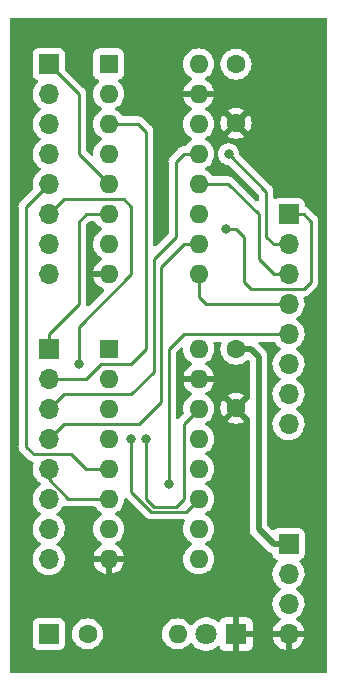
<source format=gbl>
%TF.GenerationSoftware,KiCad,Pcbnew,(6.0.5)*%
%TF.CreationDate,2024-02-04T14:23:38-06:00*%
%TF.ProjectId,i281_mux,69323831-5f6d-4757-982e-6b696361645f,rev?*%
%TF.SameCoordinates,Original*%
%TF.FileFunction,Copper,L2,Bot*%
%TF.FilePolarity,Positive*%
%FSLAX46Y46*%
G04 Gerber Fmt 4.6, Leading zero omitted, Abs format (unit mm)*
G04 Created by KiCad (PCBNEW (6.0.5)) date 2024-02-04 14:23:38*
%MOMM*%
%LPD*%
G01*
G04 APERTURE LIST*
%TA.AperFunction,ComponentPad*%
%ADD10C,1.600000*%
%TD*%
%TA.AperFunction,ComponentPad*%
%ADD11O,1.600000X1.600000*%
%TD*%
%TA.AperFunction,ComponentPad*%
%ADD12R,1.700000X1.700000*%
%TD*%
%TA.AperFunction,ComponentPad*%
%ADD13O,1.700000X1.700000*%
%TD*%
%TA.AperFunction,ComponentPad*%
%ADD14R,1.600000X1.600000*%
%TD*%
%TA.AperFunction,ComponentPad*%
%ADD15C,1.800000*%
%TD*%
%TA.AperFunction,ComponentPad*%
%ADD16R,1.800000X1.800000*%
%TD*%
%TA.AperFunction,ViaPad*%
%ADD17C,0.800000*%
%TD*%
%TA.AperFunction,Conductor*%
%ADD18C,0.250000*%
%TD*%
%TA.AperFunction,Conductor*%
%ADD19C,0.500000*%
%TD*%
G04 APERTURE END LIST*
D10*
X148082000Y-111750000D03*
D11*
X155702000Y-111750000D03*
D12*
X144790000Y-111750000D03*
D10*
X160655000Y-87630000D03*
X160655000Y-92630000D03*
X160655000Y-63500000D03*
X160655000Y-68500000D03*
D12*
X165100000Y-104140000D03*
D13*
X165100000Y-106680000D03*
X165100000Y-109220000D03*
X165100000Y-111760000D03*
X144790000Y-105400000D03*
X144790000Y-102860000D03*
X144790000Y-100320000D03*
X144790000Y-97780000D03*
X144790000Y-95240000D03*
X144790000Y-92700000D03*
X144790000Y-90160000D03*
D12*
X144790000Y-87620000D03*
X165100000Y-76200000D03*
D13*
X165100000Y-78740000D03*
X165100000Y-81280000D03*
X165100000Y-83820000D03*
X165100000Y-86360000D03*
X165100000Y-88900000D03*
X165100000Y-91440000D03*
X165100000Y-93980000D03*
X144790000Y-81270000D03*
X144790000Y-78730000D03*
X144790000Y-76190000D03*
X144790000Y-73650000D03*
X144790000Y-71110000D03*
X144790000Y-68570000D03*
X144790000Y-66030000D03*
D12*
X144790000Y-63490000D03*
D11*
X157490000Y-63490000D03*
X157490000Y-66030000D03*
X157490000Y-68570000D03*
X157490000Y-71110000D03*
X157490000Y-73650000D03*
X157490000Y-76190000D03*
X157490000Y-78730000D03*
X157490000Y-81270000D03*
X149870000Y-81270000D03*
X149870000Y-78730000D03*
X149870000Y-76190000D03*
X149870000Y-73650000D03*
X149870000Y-71110000D03*
X149870000Y-68570000D03*
X149870000Y-66030000D03*
D14*
X149870000Y-63490000D03*
D11*
X157500000Y-87610000D03*
X157500000Y-90150000D03*
X157500000Y-92690000D03*
X157500000Y-95230000D03*
X157500000Y-97770000D03*
X157500000Y-100310000D03*
X157500000Y-102850000D03*
X157500000Y-105390000D03*
X149880000Y-105390000D03*
X149880000Y-102850000D03*
X149880000Y-100310000D03*
X149880000Y-97770000D03*
X149880000Y-95230000D03*
X149880000Y-92690000D03*
X149880000Y-90150000D03*
D14*
X149880000Y-87610000D03*
D15*
X158115000Y-111760000D03*
D16*
X160655000Y-111760000D03*
D17*
X160020000Y-71120000D03*
X159805500Y-77470000D03*
X147320000Y-88900000D03*
X153035000Y-95250000D03*
X151765000Y-95250000D03*
X154940000Y-99060000D03*
D18*
X166370000Y-76200000D02*
X165100000Y-76200000D01*
X167005000Y-76835000D02*
X166370000Y-76200000D01*
X167005000Y-81915000D02*
X167005000Y-76835000D01*
X166370000Y-82550000D02*
X167005000Y-81915000D01*
X161925000Y-82550000D02*
X166370000Y-82550000D01*
X161290000Y-81915000D02*
X161925000Y-82550000D01*
X161290000Y-78105000D02*
X161290000Y-81915000D01*
X160655000Y-77470000D02*
X161290000Y-78105000D01*
X159805500Y-77470000D02*
X160655000Y-77470000D01*
X163830000Y-78740000D02*
X165100000Y-78740000D01*
X163195000Y-78105000D02*
X163830000Y-78740000D01*
X160020000Y-71120000D02*
X163195000Y-74295000D01*
X163195000Y-74295000D02*
X163195000Y-78105000D01*
X163830000Y-81280000D02*
X165100000Y-81280000D01*
X162560000Y-80010000D02*
X163830000Y-81280000D01*
X162560000Y-76200000D02*
X162560000Y-80010000D01*
X160010000Y-73650000D02*
X162560000Y-76200000D01*
X157490000Y-73650000D02*
X160010000Y-73650000D01*
X164465000Y-76200000D02*
X165100000Y-76200000D01*
X158115000Y-83820000D02*
X165100000Y-83820000D01*
X157490000Y-83195000D02*
X158115000Y-83820000D01*
X157490000Y-81270000D02*
X157490000Y-83195000D01*
D19*
X161925000Y-87630000D02*
X160655000Y-87630000D01*
X162560000Y-88265000D02*
X161925000Y-87630000D01*
X163830000Y-104140000D02*
X162560000Y-102870000D01*
X165100000Y-104140000D02*
X163830000Y-104140000D01*
X162560000Y-102870000D02*
X162560000Y-88265000D01*
D18*
X156210000Y-86360000D02*
X165100000Y-86360000D01*
X154940000Y-87630000D02*
X156210000Y-86360000D01*
X154940000Y-99060000D02*
X154940000Y-87630000D01*
X147320000Y-85725000D02*
X147320000Y-88900000D01*
X151765000Y-81280000D02*
X147320000Y-85725000D01*
X151765000Y-75565000D02*
X151765000Y-81280000D01*
X151130000Y-74930000D02*
X151765000Y-75565000D01*
X146050000Y-74930000D02*
X151130000Y-74930000D01*
X144790000Y-76190000D02*
X146050000Y-74930000D01*
X147320000Y-76835000D02*
X147965000Y-76190000D01*
X147320000Y-83820000D02*
X147320000Y-76835000D01*
X147965000Y-76190000D02*
X149870000Y-76190000D01*
X144790000Y-86350000D02*
X147320000Y-83820000D01*
X144790000Y-87620000D02*
X144790000Y-86350000D01*
X152390000Y-68570000D02*
X149870000Y-68570000D01*
X153035000Y-69215000D02*
X152390000Y-68570000D01*
X153035000Y-87630000D02*
X153035000Y-69215000D01*
X151765000Y-88900000D02*
X153035000Y-87630000D01*
X149225000Y-88900000D02*
X151765000Y-88900000D01*
X147955000Y-90170000D02*
X149225000Y-88900000D01*
X147320000Y-90170000D02*
X147955000Y-90170000D01*
X147310000Y-90160000D02*
X147320000Y-90170000D01*
X144790000Y-90160000D02*
X147310000Y-90160000D01*
X155575000Y-78105000D02*
X155575000Y-71755000D01*
X153670000Y-80010000D02*
X155575000Y-78105000D01*
X155575000Y-71755000D02*
X156220000Y-71110000D01*
X151765000Y-91440000D02*
X153670000Y-89535000D01*
X146050000Y-91440000D02*
X151765000Y-91440000D01*
X153670000Y-89535000D02*
X153670000Y-80010000D01*
X156220000Y-71110000D02*
X157490000Y-71110000D01*
X144790000Y-92700000D02*
X146050000Y-91440000D01*
X154305000Y-80645000D02*
X156220000Y-78730000D01*
X156220000Y-78730000D02*
X157490000Y-78730000D01*
X152400000Y-93980000D02*
X154305000Y-92075000D01*
X146050000Y-93980000D02*
X152400000Y-93980000D01*
X144790000Y-95240000D02*
X146050000Y-93980000D01*
X154305000Y-92075000D02*
X154305000Y-80645000D01*
X153483802Y-101414520D02*
X156395480Y-101414520D01*
X151765000Y-99695718D02*
X153483802Y-101414520D01*
X151765000Y-95250000D02*
X151765000Y-99695718D01*
X156395480Y-101414520D02*
X157500000Y-100310000D01*
X156210000Y-93980000D02*
X157500000Y-92690000D01*
X156210000Y-100330000D02*
X156210000Y-93980000D01*
X155575000Y-100965000D02*
X156210000Y-100330000D01*
X153035000Y-95250000D02*
X153035000Y-100330000D01*
X153035000Y-100330000D02*
X153670000Y-100965000D01*
X153670000Y-100965000D02*
X155575000Y-100965000D01*
X144790000Y-98658990D02*
X146441010Y-100310000D01*
X146441010Y-100310000D02*
X149880000Y-100310000D01*
X144790000Y-97780000D02*
X144790000Y-98658990D01*
X147975000Y-97770000D02*
X149880000Y-97770000D01*
X147955000Y-97790000D02*
X147975000Y-97770000D01*
X143510000Y-96520000D02*
X146685000Y-96520000D01*
X142875000Y-95885000D02*
X143510000Y-96520000D01*
X142875000Y-75565000D02*
X142875000Y-95885000D01*
X144790000Y-73650000D02*
X142875000Y-75565000D01*
X146685000Y-96520000D02*
X147955000Y-97790000D01*
X147320000Y-71100000D02*
X149870000Y-73650000D01*
X147320000Y-66020000D02*
X147320000Y-71100000D01*
X144790000Y-63490000D02*
X147320000Y-66020000D01*
%TA.AperFunction,Conductor*%
G36*
X168343621Y-59583502D02*
G01*
X168390114Y-59637158D01*
X168401500Y-59689500D01*
X168401500Y-114935500D01*
X168381498Y-115003621D01*
X168327842Y-115050114D01*
X168275500Y-115061500D01*
X141604500Y-115061500D01*
X141536379Y-115041498D01*
X141489886Y-114987842D01*
X141478500Y-114935500D01*
X141478500Y-112648134D01*
X143431500Y-112648134D01*
X143438255Y-112710316D01*
X143489385Y-112846705D01*
X143576739Y-112963261D01*
X143693295Y-113050615D01*
X143829684Y-113101745D01*
X143891866Y-113108500D01*
X145688134Y-113108500D01*
X145750316Y-113101745D01*
X145886705Y-113050615D01*
X146003261Y-112963261D01*
X146090615Y-112846705D01*
X146141745Y-112710316D01*
X146148500Y-112648134D01*
X146148500Y-111750000D01*
X146768502Y-111750000D01*
X146788457Y-111978087D01*
X146789881Y-111983400D01*
X146789881Y-111983402D01*
X146810050Y-112058671D01*
X146847716Y-112199243D01*
X146850039Y-112204224D01*
X146850039Y-112204225D01*
X146942151Y-112401762D01*
X146942154Y-112401767D01*
X146944477Y-112406749D01*
X146985979Y-112466020D01*
X147072640Y-112589784D01*
X147075802Y-112594300D01*
X147237700Y-112756198D01*
X147242208Y-112759355D01*
X147242211Y-112759357D01*
X147305671Y-112803792D01*
X147425251Y-112887523D01*
X147430233Y-112889846D01*
X147430238Y-112889849D01*
X147627775Y-112981961D01*
X147632757Y-112984284D01*
X147638065Y-112985706D01*
X147638067Y-112985707D01*
X147848598Y-113042119D01*
X147848600Y-113042119D01*
X147853913Y-113043543D01*
X148082000Y-113063498D01*
X148310087Y-113043543D01*
X148315400Y-113042119D01*
X148315402Y-113042119D01*
X148525933Y-112985707D01*
X148525935Y-112985706D01*
X148531243Y-112984284D01*
X148536225Y-112981961D01*
X148733762Y-112889849D01*
X148733767Y-112889846D01*
X148738749Y-112887523D01*
X148858329Y-112803792D01*
X148921789Y-112759357D01*
X148921792Y-112759355D01*
X148926300Y-112756198D01*
X149088198Y-112594300D01*
X149091361Y-112589784D01*
X149178021Y-112466020D01*
X149219523Y-112406749D01*
X149221846Y-112401767D01*
X149221849Y-112401762D01*
X149313961Y-112204225D01*
X149313961Y-112204224D01*
X149316284Y-112199243D01*
X149353951Y-112058671D01*
X149374119Y-111983402D01*
X149374119Y-111983400D01*
X149375543Y-111978087D01*
X149395498Y-111750000D01*
X154388502Y-111750000D01*
X154408457Y-111978087D01*
X154409881Y-111983400D01*
X154409881Y-111983402D01*
X154430050Y-112058671D01*
X154467716Y-112199243D01*
X154470039Y-112204224D01*
X154470039Y-112204225D01*
X154562151Y-112401762D01*
X154562154Y-112401767D01*
X154564477Y-112406749D01*
X154605979Y-112466020D01*
X154692640Y-112589784D01*
X154695802Y-112594300D01*
X154857700Y-112756198D01*
X154862208Y-112759355D01*
X154862211Y-112759357D01*
X154925671Y-112803792D01*
X155045251Y-112887523D01*
X155050233Y-112889846D01*
X155050238Y-112889849D01*
X155247775Y-112981961D01*
X155252757Y-112984284D01*
X155258065Y-112985706D01*
X155258067Y-112985707D01*
X155468598Y-113042119D01*
X155468600Y-113042119D01*
X155473913Y-113043543D01*
X155702000Y-113063498D01*
X155930087Y-113043543D01*
X155935400Y-113042119D01*
X155935402Y-113042119D01*
X156145933Y-112985707D01*
X156145935Y-112985706D01*
X156151243Y-112984284D01*
X156156225Y-112981961D01*
X156353762Y-112889849D01*
X156353767Y-112889846D01*
X156358749Y-112887523D01*
X156478329Y-112803792D01*
X156541789Y-112759357D01*
X156541792Y-112759355D01*
X156546300Y-112756198D01*
X156708198Y-112594300D01*
X156711357Y-112589789D01*
X156711361Y-112589784D01*
X156739845Y-112549104D01*
X156795302Y-112504775D01*
X156865921Y-112497466D01*
X156929281Y-112529496D01*
X156950490Y-112555538D01*
X156971801Y-112590314D01*
X156971805Y-112590319D01*
X156974501Y-112594719D01*
X157126147Y-112769784D01*
X157304349Y-112917730D01*
X157504322Y-113034584D01*
X157509147Y-113036426D01*
X157509148Y-113036427D01*
X157532198Y-113045229D01*
X157720694Y-113117209D01*
X157725760Y-113118240D01*
X157725761Y-113118240D01*
X157778846Y-113129040D01*
X157947656Y-113163385D01*
X158078324Y-113168176D01*
X158173949Y-113171683D01*
X158173953Y-113171683D01*
X158179113Y-113171872D01*
X158184233Y-113171216D01*
X158184235Y-113171216D01*
X158283668Y-113158478D01*
X158408847Y-113142442D01*
X158413795Y-113140957D01*
X158413802Y-113140956D01*
X158625747Y-113077369D01*
X158630690Y-113075886D01*
X158635324Y-113073616D01*
X158834049Y-112976262D01*
X158834052Y-112976260D01*
X158838684Y-112973991D01*
X159027243Y-112839494D01*
X159030898Y-112835852D01*
X159030906Y-112835845D01*
X159072697Y-112794199D01*
X159135068Y-112760282D01*
X159205875Y-112765470D01*
X159262637Y-112808116D01*
X159279619Y-112839218D01*
X159301677Y-112898056D01*
X159310214Y-112913649D01*
X159386715Y-113015724D01*
X159399276Y-113028285D01*
X159501351Y-113104786D01*
X159516946Y-113113324D01*
X159637394Y-113158478D01*
X159652649Y-113162105D01*
X159703514Y-113167631D01*
X159710328Y-113168000D01*
X160382885Y-113168000D01*
X160398124Y-113163525D01*
X160399329Y-113162135D01*
X160401000Y-113154452D01*
X160401000Y-113149884D01*
X160909000Y-113149884D01*
X160913475Y-113165123D01*
X160914865Y-113166328D01*
X160922548Y-113167999D01*
X161599669Y-113167999D01*
X161606490Y-113167629D01*
X161657352Y-113162105D01*
X161672604Y-113158479D01*
X161793054Y-113113324D01*
X161808649Y-113104786D01*
X161910724Y-113028285D01*
X161923285Y-113015724D01*
X161999786Y-112913649D01*
X162008324Y-112898054D01*
X162053478Y-112777606D01*
X162057105Y-112762351D01*
X162062631Y-112711486D01*
X162063000Y-112704672D01*
X162063000Y-112032115D01*
X162061782Y-112027966D01*
X163768257Y-112027966D01*
X163798565Y-112162446D01*
X163801645Y-112172275D01*
X163881770Y-112369603D01*
X163886413Y-112378794D01*
X163997694Y-112560388D01*
X164003777Y-112568699D01*
X164143213Y-112729667D01*
X164150580Y-112736883D01*
X164314434Y-112872916D01*
X164322881Y-112878831D01*
X164506756Y-112986279D01*
X164516042Y-112990729D01*
X164715001Y-113066703D01*
X164724899Y-113069579D01*
X164828250Y-113090606D01*
X164842299Y-113089410D01*
X164846000Y-113079065D01*
X164846000Y-113078517D01*
X165354000Y-113078517D01*
X165358064Y-113092359D01*
X165371478Y-113094393D01*
X165378184Y-113093534D01*
X165388262Y-113091392D01*
X165592255Y-113030191D01*
X165601842Y-113026433D01*
X165793095Y-112932739D01*
X165801945Y-112927464D01*
X165975328Y-112803792D01*
X165983200Y-112797139D01*
X166134052Y-112646812D01*
X166140730Y-112638965D01*
X166265003Y-112466020D01*
X166270313Y-112457183D01*
X166364670Y-112266267D01*
X166368469Y-112256672D01*
X166430377Y-112052910D01*
X166432555Y-112042837D01*
X166433986Y-112031962D01*
X166431775Y-112017778D01*
X166418617Y-112014000D01*
X165372115Y-112014000D01*
X165356876Y-112018475D01*
X165355671Y-112019865D01*
X165354000Y-112027548D01*
X165354000Y-113078517D01*
X164846000Y-113078517D01*
X164846000Y-112032115D01*
X164841525Y-112016876D01*
X164840135Y-112015671D01*
X164832452Y-112014000D01*
X163783225Y-112014000D01*
X163769694Y-112017973D01*
X163768257Y-112027966D01*
X162061782Y-112027966D01*
X162058525Y-112016876D01*
X162057135Y-112015671D01*
X162049452Y-112014000D01*
X160927115Y-112014000D01*
X160911876Y-112018475D01*
X160910671Y-112019865D01*
X160909000Y-112027548D01*
X160909000Y-113149884D01*
X160401000Y-113149884D01*
X160401000Y-111487885D01*
X160909000Y-111487885D01*
X160913475Y-111503124D01*
X160914865Y-111504329D01*
X160922548Y-111506000D01*
X162044884Y-111506000D01*
X162060123Y-111501525D01*
X162061328Y-111500135D01*
X162062999Y-111492452D01*
X162062999Y-110815331D01*
X162062629Y-110808510D01*
X162057105Y-110757648D01*
X162053479Y-110742396D01*
X162008324Y-110621946D01*
X161999786Y-110606351D01*
X161923285Y-110504276D01*
X161910724Y-110491715D01*
X161808649Y-110415214D01*
X161793054Y-110406676D01*
X161672606Y-110361522D01*
X161657351Y-110357895D01*
X161606486Y-110352369D01*
X161599672Y-110352000D01*
X160927115Y-110352000D01*
X160911876Y-110356475D01*
X160910671Y-110357865D01*
X160909000Y-110365548D01*
X160909000Y-111487885D01*
X160401000Y-111487885D01*
X160401000Y-110370116D01*
X160396525Y-110354877D01*
X160395135Y-110353672D01*
X160387452Y-110352001D01*
X159710331Y-110352001D01*
X159703510Y-110352371D01*
X159652648Y-110357895D01*
X159637396Y-110361521D01*
X159516946Y-110406676D01*
X159501351Y-110415214D01*
X159399276Y-110491715D01*
X159386715Y-110504276D01*
X159310214Y-110606351D01*
X159301675Y-110621948D01*
X159280934Y-110677275D01*
X159238293Y-110734040D01*
X159171731Y-110758740D01*
X159102383Y-110743533D01*
X159079388Y-110726909D01*
X159078887Y-110726358D01*
X159016737Y-110677275D01*
X158901177Y-110586011D01*
X158901172Y-110586008D01*
X158897123Y-110582810D01*
X158892607Y-110580317D01*
X158892604Y-110580315D01*
X158698879Y-110473373D01*
X158698875Y-110473371D01*
X158694355Y-110470876D01*
X158689486Y-110469152D01*
X158689482Y-110469150D01*
X158480903Y-110395288D01*
X158480899Y-110395287D01*
X158476028Y-110393562D01*
X158470935Y-110392655D01*
X158470932Y-110392654D01*
X158253095Y-110353851D01*
X158253089Y-110353850D01*
X158248006Y-110352945D01*
X158170644Y-110352000D01*
X158021581Y-110350179D01*
X158021579Y-110350179D01*
X158016411Y-110350116D01*
X157787464Y-110385150D01*
X157567314Y-110457106D01*
X157562726Y-110459494D01*
X157562722Y-110459496D01*
X157414340Y-110536739D01*
X157361872Y-110564052D01*
X157357739Y-110567155D01*
X157357736Y-110567157D01*
X157231813Y-110661703D01*
X157176655Y-110703117D01*
X157016639Y-110870564D01*
X156974099Y-110932926D01*
X156955027Y-110960884D01*
X156900116Y-111005887D01*
X156829591Y-111014058D01*
X156765844Y-110982804D01*
X156747726Y-110962151D01*
X156711357Y-110910211D01*
X156711355Y-110910208D01*
X156708198Y-110905700D01*
X156546300Y-110743802D01*
X156541792Y-110740645D01*
X156541789Y-110740643D01*
X156381235Y-110628222D01*
X156358749Y-110612477D01*
X156353767Y-110610154D01*
X156353762Y-110610151D01*
X156156225Y-110518039D01*
X156156224Y-110518039D01*
X156151243Y-110515716D01*
X156145935Y-110514294D01*
X156145933Y-110514293D01*
X155935402Y-110457881D01*
X155935400Y-110457881D01*
X155930087Y-110456457D01*
X155702000Y-110436502D01*
X155473913Y-110456457D01*
X155468600Y-110457881D01*
X155468598Y-110457881D01*
X155258067Y-110514293D01*
X155258065Y-110514294D01*
X155252757Y-110515716D01*
X155247776Y-110518039D01*
X155247775Y-110518039D01*
X155050238Y-110610151D01*
X155050233Y-110610154D01*
X155045251Y-110612477D01*
X155022765Y-110628222D01*
X154862211Y-110740643D01*
X154862208Y-110740645D01*
X154857700Y-110743802D01*
X154695802Y-110905700D01*
X154564477Y-111093251D01*
X154562154Y-111098233D01*
X154562151Y-111098238D01*
X154475165Y-111284783D01*
X154467716Y-111300757D01*
X154466294Y-111306065D01*
X154466293Y-111306067D01*
X154412721Y-111506000D01*
X154408457Y-111521913D01*
X154388502Y-111750000D01*
X149395498Y-111750000D01*
X149375543Y-111521913D01*
X149371279Y-111506000D01*
X149317707Y-111306067D01*
X149317706Y-111306065D01*
X149316284Y-111300757D01*
X149308835Y-111284783D01*
X149221849Y-111098238D01*
X149221846Y-111098233D01*
X149219523Y-111093251D01*
X149088198Y-110905700D01*
X148926300Y-110743802D01*
X148921792Y-110740645D01*
X148921789Y-110740643D01*
X148761235Y-110628222D01*
X148738749Y-110612477D01*
X148733767Y-110610154D01*
X148733762Y-110610151D01*
X148536225Y-110518039D01*
X148536224Y-110518039D01*
X148531243Y-110515716D01*
X148525935Y-110514294D01*
X148525933Y-110514293D01*
X148315402Y-110457881D01*
X148315400Y-110457881D01*
X148310087Y-110456457D01*
X148082000Y-110436502D01*
X147853913Y-110456457D01*
X147848600Y-110457881D01*
X147848598Y-110457881D01*
X147638067Y-110514293D01*
X147638065Y-110514294D01*
X147632757Y-110515716D01*
X147627776Y-110518039D01*
X147627775Y-110518039D01*
X147430238Y-110610151D01*
X147430233Y-110610154D01*
X147425251Y-110612477D01*
X147402765Y-110628222D01*
X147242211Y-110740643D01*
X147242208Y-110740645D01*
X147237700Y-110743802D01*
X147075802Y-110905700D01*
X146944477Y-111093251D01*
X146942154Y-111098233D01*
X146942151Y-111098238D01*
X146855165Y-111284783D01*
X146847716Y-111300757D01*
X146846294Y-111306065D01*
X146846293Y-111306067D01*
X146792721Y-111506000D01*
X146788457Y-111521913D01*
X146768502Y-111750000D01*
X146148500Y-111750000D01*
X146148500Y-110851866D01*
X146141745Y-110789684D01*
X146090615Y-110653295D01*
X146003261Y-110536739D01*
X145886705Y-110449385D01*
X145750316Y-110398255D01*
X145688134Y-110391500D01*
X143891866Y-110391500D01*
X143829684Y-110398255D01*
X143693295Y-110449385D01*
X143576739Y-110536739D01*
X143489385Y-110653295D01*
X143438255Y-110789684D01*
X143431500Y-110851866D01*
X143431500Y-112648134D01*
X141478500Y-112648134D01*
X141478500Y-75544943D01*
X142236780Y-75544943D01*
X142240739Y-75586819D01*
X142240941Y-75588961D01*
X142241500Y-75600819D01*
X142241500Y-95806233D01*
X142240973Y-95817416D01*
X142239298Y-95824909D01*
X142239547Y-95832835D01*
X142239547Y-95832836D01*
X142241438Y-95892986D01*
X142241500Y-95896945D01*
X142241500Y-95924856D01*
X142241997Y-95928790D01*
X142241997Y-95928791D01*
X142242005Y-95928856D01*
X142242938Y-95940693D01*
X142244327Y-95984889D01*
X142248599Y-95999593D01*
X142249978Y-96004339D01*
X142253987Y-96023700D01*
X142256526Y-96043797D01*
X142259445Y-96051168D01*
X142259445Y-96051170D01*
X142272804Y-96084912D01*
X142276649Y-96096142D01*
X142284017Y-96121502D01*
X142288982Y-96138593D01*
X142293015Y-96145412D01*
X142293017Y-96145417D01*
X142299293Y-96156028D01*
X142307988Y-96173776D01*
X142315448Y-96192617D01*
X142320110Y-96199033D01*
X142320110Y-96199034D01*
X142341436Y-96228387D01*
X142347952Y-96238307D01*
X142370458Y-96276362D01*
X142384779Y-96290683D01*
X142397619Y-96305716D01*
X142409528Y-96322107D01*
X142415634Y-96327158D01*
X142443605Y-96350298D01*
X142452384Y-96358288D01*
X143006343Y-96912247D01*
X143013887Y-96920537D01*
X143018000Y-96927018D01*
X143023777Y-96932443D01*
X143067667Y-96973658D01*
X143070509Y-96976413D01*
X143090231Y-96996135D01*
X143093355Y-96998558D01*
X143093359Y-96998562D01*
X143093424Y-96998612D01*
X143102445Y-97006317D01*
X143134679Y-97036586D01*
X143141627Y-97040405D01*
X143141629Y-97040407D01*
X143152432Y-97046346D01*
X143168959Y-97057202D01*
X143178698Y-97064757D01*
X143178700Y-97064758D01*
X143184960Y-97069614D01*
X143225540Y-97087174D01*
X143236188Y-97092391D01*
X143274940Y-97113695D01*
X143282616Y-97115666D01*
X143282619Y-97115667D01*
X143294562Y-97118733D01*
X143313267Y-97125137D01*
X143331855Y-97133181D01*
X143339678Y-97134420D01*
X143339688Y-97134423D01*
X143375524Y-97140099D01*
X143387144Y-97142505D01*
X143421443Y-97151311D01*
X143482450Y-97187625D01*
X143514140Y-97251157D01*
X143509063Y-97308854D01*
X143510688Y-97309305D01*
X143450989Y-97524570D01*
X143427251Y-97746695D01*
X143427548Y-97751848D01*
X143427548Y-97751851D01*
X143433011Y-97846590D01*
X143440110Y-97969715D01*
X143441247Y-97974761D01*
X143441248Y-97974767D01*
X143461119Y-98062939D01*
X143489222Y-98187639D01*
X143543666Y-98321719D01*
X143570249Y-98387185D01*
X143573266Y-98394616D01*
X143689987Y-98585088D01*
X143836250Y-98753938D01*
X144008126Y-98896632D01*
X144058050Y-98925805D01*
X144081445Y-98939476D01*
X144130169Y-98991114D01*
X144143240Y-99060897D01*
X144116509Y-99126669D01*
X144076055Y-99160027D01*
X144063607Y-99166507D01*
X144059474Y-99169610D01*
X144059471Y-99169612D01*
X143889100Y-99297530D01*
X143884965Y-99300635D01*
X143819346Y-99369301D01*
X143774332Y-99416406D01*
X143730629Y-99462138D01*
X143604743Y-99646680D01*
X143563480Y-99735574D01*
X143515507Y-99838924D01*
X143510688Y-99849305D01*
X143450989Y-100064570D01*
X143427251Y-100286695D01*
X143427548Y-100291848D01*
X143427548Y-100291851D01*
X143428681Y-100311498D01*
X143440110Y-100509715D01*
X143441247Y-100514761D01*
X143441248Y-100514767D01*
X143465304Y-100621508D01*
X143489222Y-100727639D01*
X143527461Y-100821811D01*
X143567345Y-100920033D01*
X143573266Y-100934616D01*
X143689987Y-101125088D01*
X143836250Y-101293938D01*
X144008126Y-101436632D01*
X144058050Y-101465805D01*
X144081445Y-101479476D01*
X144130169Y-101531114D01*
X144143240Y-101600897D01*
X144116509Y-101666669D01*
X144076055Y-101700027D01*
X144063607Y-101706507D01*
X144059474Y-101709610D01*
X144059471Y-101709612D01*
X143903174Y-101826963D01*
X143884965Y-101840635D01*
X143831316Y-101896775D01*
X143766947Y-101964134D01*
X143730629Y-102002138D01*
X143727715Y-102006410D01*
X143727714Y-102006411D01*
X143696111Y-102052740D01*
X143604743Y-102186680D01*
X143510688Y-102389305D01*
X143450989Y-102604570D01*
X143427251Y-102826695D01*
X143427548Y-102831848D01*
X143427548Y-102831851D01*
X143435585Y-102971229D01*
X143440110Y-103049715D01*
X143441247Y-103054761D01*
X143441248Y-103054767D01*
X143455130Y-103116362D01*
X143489222Y-103267639D01*
X143573266Y-103474616D01*
X143689987Y-103665088D01*
X143836250Y-103833938D01*
X144008126Y-103976632D01*
X144058050Y-104005805D01*
X144081445Y-104019476D01*
X144130169Y-104071114D01*
X144143240Y-104140897D01*
X144116509Y-104206669D01*
X144076055Y-104240027D01*
X144063607Y-104246507D01*
X144059474Y-104249610D01*
X144059471Y-104249612D01*
X144035247Y-104267800D01*
X143884965Y-104380635D01*
X143730629Y-104542138D01*
X143604743Y-104726680D01*
X143574038Y-104792829D01*
X143533607Y-104879931D01*
X143510688Y-104929305D01*
X143450989Y-105144570D01*
X143427251Y-105366695D01*
X143427548Y-105371848D01*
X143427548Y-105371851D01*
X143436504Y-105527176D01*
X143440110Y-105589715D01*
X143441247Y-105594761D01*
X143441248Y-105594767D01*
X143455166Y-105656522D01*
X143489222Y-105807639D01*
X143527461Y-105901811D01*
X143570044Y-106006680D01*
X143573266Y-106014616D01*
X143689987Y-106205088D01*
X143836250Y-106373938D01*
X144008126Y-106516632D01*
X144201000Y-106629338D01*
X144205825Y-106631180D01*
X144205826Y-106631181D01*
X144275972Y-106657967D01*
X144409692Y-106709030D01*
X144414760Y-106710061D01*
X144414763Y-106710062D01*
X144522017Y-106731883D01*
X144628597Y-106753567D01*
X144633772Y-106753757D01*
X144633774Y-106753757D01*
X144846673Y-106761564D01*
X144846677Y-106761564D01*
X144851837Y-106761753D01*
X144856957Y-106761097D01*
X144856959Y-106761097D01*
X145068288Y-106734025D01*
X145068289Y-106734025D01*
X145073416Y-106733368D01*
X145078366Y-106731883D01*
X145282429Y-106670661D01*
X145282434Y-106670659D01*
X145287384Y-106669174D01*
X145487994Y-106570896D01*
X145669860Y-106441173D01*
X145711823Y-106399357D01*
X145824435Y-106287137D01*
X145828096Y-106283489D01*
X145858842Y-106240702D01*
X145955435Y-106106277D01*
X145958453Y-106102077D01*
X145988263Y-106041762D01*
X146055136Y-105906453D01*
X146055137Y-105906451D01*
X146057430Y-105901811D01*
X146122370Y-105688069D01*
X146126523Y-105656522D01*
X148597273Y-105656522D01*
X148644764Y-105833761D01*
X148648510Y-105844053D01*
X148740586Y-106041511D01*
X148746069Y-106051007D01*
X148871028Y-106229467D01*
X148878084Y-106237875D01*
X149032125Y-106391916D01*
X149040533Y-106398972D01*
X149218993Y-106523931D01*
X149228489Y-106529414D01*
X149425947Y-106621490D01*
X149436239Y-106625236D01*
X149608503Y-106671394D01*
X149622599Y-106671058D01*
X149626000Y-106663116D01*
X149626000Y-106657967D01*
X150134000Y-106657967D01*
X150137973Y-106671498D01*
X150146522Y-106672727D01*
X150323761Y-106625236D01*
X150334053Y-106621490D01*
X150531511Y-106529414D01*
X150541007Y-106523931D01*
X150719467Y-106398972D01*
X150727875Y-106391916D01*
X150881916Y-106237875D01*
X150888972Y-106229467D01*
X151013931Y-106051007D01*
X151019414Y-106041511D01*
X151111490Y-105844053D01*
X151115236Y-105833761D01*
X151161394Y-105661497D01*
X151161058Y-105647401D01*
X151153116Y-105644000D01*
X150152115Y-105644000D01*
X150136876Y-105648475D01*
X150135671Y-105649865D01*
X150134000Y-105657548D01*
X150134000Y-106657967D01*
X149626000Y-106657967D01*
X149626000Y-105662115D01*
X149621525Y-105646876D01*
X149620135Y-105645671D01*
X149612452Y-105644000D01*
X148612033Y-105644000D01*
X148598502Y-105647973D01*
X148597273Y-105656522D01*
X146126523Y-105656522D01*
X146151529Y-105466590D01*
X146153156Y-105400000D01*
X146134852Y-105177361D01*
X146080431Y-104960702D01*
X145991354Y-104755840D01*
X145932949Y-104665560D01*
X145872822Y-104572617D01*
X145872820Y-104572614D01*
X145870014Y-104568277D01*
X145719670Y-104403051D01*
X145715619Y-104399852D01*
X145715615Y-104399848D01*
X145548414Y-104267800D01*
X145548410Y-104267798D01*
X145544359Y-104264598D01*
X145503053Y-104241796D01*
X145453084Y-104191364D01*
X145438312Y-104121921D01*
X145463428Y-104055516D01*
X145490780Y-104028909D01*
X145553227Y-103984366D01*
X145669860Y-103901173D01*
X145711823Y-103859357D01*
X145824435Y-103747137D01*
X145828096Y-103743489D01*
X145860642Y-103698197D01*
X145955435Y-103566277D01*
X145958453Y-103562077D01*
X145988263Y-103501762D01*
X146055136Y-103366453D01*
X146055137Y-103366451D01*
X146057430Y-103361811D01*
X146122370Y-103148069D01*
X146151529Y-102926590D01*
X146151657Y-102921358D01*
X146153074Y-102863365D01*
X146153074Y-102863361D01*
X146153156Y-102860000D01*
X146134852Y-102637361D01*
X146080431Y-102420702D01*
X145991354Y-102215840D01*
X145883148Y-102048579D01*
X145872822Y-102032617D01*
X145872820Y-102032614D01*
X145870014Y-102028277D01*
X145719670Y-101863051D01*
X145715619Y-101859852D01*
X145715615Y-101859848D01*
X145548414Y-101727800D01*
X145548410Y-101727798D01*
X145544359Y-101724598D01*
X145503053Y-101701796D01*
X145453084Y-101651364D01*
X145438312Y-101581921D01*
X145463428Y-101515516D01*
X145490780Y-101488909D01*
X145553227Y-101444366D01*
X145669860Y-101361173D01*
X145711823Y-101319357D01*
X145824435Y-101207137D01*
X145828096Y-101203489D01*
X145860642Y-101158197D01*
X145955435Y-101026277D01*
X145958453Y-101022077D01*
X145985798Y-100966749D01*
X145999022Y-100939992D01*
X146047136Y-100887785D01*
X146115837Y-100869878D01*
X146172680Y-100885405D01*
X146205950Y-100903695D01*
X146213625Y-100905666D01*
X146213626Y-100905666D01*
X146225572Y-100908733D01*
X146244277Y-100915137D01*
X146262865Y-100923181D01*
X146270688Y-100924420D01*
X146270698Y-100924423D01*
X146306534Y-100930099D01*
X146318154Y-100932505D01*
X146353299Y-100941528D01*
X146360980Y-100943500D01*
X146381234Y-100943500D01*
X146400944Y-100945051D01*
X146420953Y-100948220D01*
X146428845Y-100947474D01*
X146464971Y-100944059D01*
X146476829Y-100943500D01*
X148660606Y-100943500D01*
X148728727Y-100963502D01*
X148763819Y-100997229D01*
X148870643Y-101149789D01*
X148873802Y-101154300D01*
X149035700Y-101316198D01*
X149040208Y-101319355D01*
X149040211Y-101319357D01*
X149099931Y-101361173D01*
X149223251Y-101447523D01*
X149228233Y-101449846D01*
X149228238Y-101449849D01*
X149262457Y-101465805D01*
X149315742Y-101512722D01*
X149335203Y-101580999D01*
X149314661Y-101648959D01*
X149262457Y-101694195D01*
X149228238Y-101710151D01*
X149228233Y-101710154D01*
X149223251Y-101712477D01*
X149201368Y-101727800D01*
X149040211Y-101840643D01*
X149040208Y-101840645D01*
X149035700Y-101843802D01*
X148873802Y-102005700D01*
X148870645Y-102010208D01*
X148870643Y-102010211D01*
X148815902Y-102088389D01*
X148742477Y-102193251D01*
X148740154Y-102198233D01*
X148740151Y-102198238D01*
X148653245Y-102384610D01*
X148645716Y-102400757D01*
X148644294Y-102406065D01*
X148644293Y-102406067D01*
X148587881Y-102616598D01*
X148586457Y-102621913D01*
X148566502Y-102850000D01*
X148586457Y-103078087D01*
X148587881Y-103083400D01*
X148587881Y-103083402D01*
X148637248Y-103267639D01*
X148645716Y-103299243D01*
X148648039Y-103304224D01*
X148648039Y-103304225D01*
X148740151Y-103501762D01*
X148740154Y-103501767D01*
X148742477Y-103506749D01*
X148745634Y-103511257D01*
X148856080Y-103668990D01*
X148873802Y-103694300D01*
X149035700Y-103856198D01*
X149040208Y-103859355D01*
X149040211Y-103859357D01*
X149099931Y-103901173D01*
X149223251Y-103987523D01*
X149228233Y-103989846D01*
X149228238Y-103989849D01*
X149263049Y-104006081D01*
X149316334Y-104052998D01*
X149335795Y-104121275D01*
X149315253Y-104189235D01*
X149263049Y-104234471D01*
X149228489Y-104250586D01*
X149218993Y-104256069D01*
X149040533Y-104381028D01*
X149032125Y-104388084D01*
X148878084Y-104542125D01*
X148871028Y-104550533D01*
X148746069Y-104728993D01*
X148740586Y-104738489D01*
X148648510Y-104935947D01*
X148644764Y-104946239D01*
X148598606Y-105118503D01*
X148598942Y-105132599D01*
X148606884Y-105136000D01*
X151147967Y-105136000D01*
X151161498Y-105132027D01*
X151162727Y-105123478D01*
X151115236Y-104946239D01*
X151111490Y-104935947D01*
X151019414Y-104738489D01*
X151013931Y-104728993D01*
X150888972Y-104550533D01*
X150881916Y-104542125D01*
X150727875Y-104388084D01*
X150719467Y-104381028D01*
X150541007Y-104256069D01*
X150531511Y-104250586D01*
X150496951Y-104234471D01*
X150443666Y-104187554D01*
X150424205Y-104119277D01*
X150444747Y-104051317D01*
X150496951Y-104006081D01*
X150531762Y-103989849D01*
X150531767Y-103989846D01*
X150536749Y-103987523D01*
X150660069Y-103901173D01*
X150719789Y-103859357D01*
X150719792Y-103859355D01*
X150724300Y-103856198D01*
X150886198Y-103694300D01*
X150903921Y-103668990D01*
X151014366Y-103511257D01*
X151017523Y-103506749D01*
X151019846Y-103501767D01*
X151019849Y-103501762D01*
X151111961Y-103304225D01*
X151111961Y-103304224D01*
X151114284Y-103299243D01*
X151122753Y-103267639D01*
X151172119Y-103083402D01*
X151172119Y-103083400D01*
X151173543Y-103078087D01*
X151193498Y-102850000D01*
X151173543Y-102621913D01*
X151172119Y-102616598D01*
X151115707Y-102406067D01*
X151115706Y-102406065D01*
X151114284Y-102400757D01*
X151106755Y-102384610D01*
X151019849Y-102198238D01*
X151019846Y-102198233D01*
X151017523Y-102193251D01*
X150944098Y-102088389D01*
X150889357Y-102010211D01*
X150889355Y-102010208D01*
X150886198Y-102005700D01*
X150724300Y-101843802D01*
X150719792Y-101840645D01*
X150719789Y-101840643D01*
X150558632Y-101727800D01*
X150536749Y-101712477D01*
X150531767Y-101710154D01*
X150531762Y-101710151D01*
X150497543Y-101694195D01*
X150444258Y-101647278D01*
X150424797Y-101579001D01*
X150445339Y-101511041D01*
X150497543Y-101465805D01*
X150531762Y-101449849D01*
X150531767Y-101449846D01*
X150536749Y-101447523D01*
X150660069Y-101361173D01*
X150719789Y-101319357D01*
X150719792Y-101319355D01*
X150724300Y-101316198D01*
X150886198Y-101154300D01*
X150903921Y-101128990D01*
X150982030Y-101017438D01*
X151017523Y-100966749D01*
X151019846Y-100961767D01*
X151019849Y-100961762D01*
X151111961Y-100764225D01*
X151111961Y-100764224D01*
X151114284Y-100759243D01*
X151122753Y-100727639D01*
X151172119Y-100543402D01*
X151172119Y-100543400D01*
X151173543Y-100538087D01*
X151193269Y-100312620D01*
X151219133Y-100246502D01*
X151276636Y-100204863D01*
X151347523Y-100200922D01*
X151407885Y-100234507D01*
X152195454Y-101022077D01*
X152980150Y-101806773D01*
X152987690Y-101815059D01*
X152991802Y-101821538D01*
X152997579Y-101826963D01*
X153041453Y-101868163D01*
X153044295Y-101870918D01*
X153064032Y-101890655D01*
X153067229Y-101893135D01*
X153076249Y-101900838D01*
X153108481Y-101931106D01*
X153115427Y-101934925D01*
X153115430Y-101934927D01*
X153126236Y-101940868D01*
X153142755Y-101951719D01*
X153158761Y-101964134D01*
X153166030Y-101967279D01*
X153166034Y-101967282D01*
X153199339Y-101981694D01*
X153209989Y-101986911D01*
X153248742Y-102008215D01*
X153256417Y-102010186D01*
X153256418Y-102010186D01*
X153268364Y-102013253D01*
X153287069Y-102019657D01*
X153305657Y-102027701D01*
X153313480Y-102028940D01*
X153313490Y-102028943D01*
X153349326Y-102034619D01*
X153360946Y-102037025D01*
X153396091Y-102046048D01*
X153403772Y-102048020D01*
X153424026Y-102048020D01*
X153443736Y-102049571D01*
X153463745Y-102052740D01*
X153471637Y-102051994D01*
X153507763Y-102048579D01*
X153519621Y-102048020D01*
X156232419Y-102048020D01*
X156300540Y-102068022D01*
X156347033Y-102121678D01*
X156357137Y-102191952D01*
X156346614Y-102227269D01*
X156265716Y-102400757D01*
X156264294Y-102406065D01*
X156264293Y-102406067D01*
X156207881Y-102616598D01*
X156206457Y-102621913D01*
X156186502Y-102850000D01*
X156206457Y-103078087D01*
X156207881Y-103083400D01*
X156207881Y-103083402D01*
X156257248Y-103267639D01*
X156265716Y-103299243D01*
X156268039Y-103304224D01*
X156268039Y-103304225D01*
X156360151Y-103501762D01*
X156360154Y-103501767D01*
X156362477Y-103506749D01*
X156365634Y-103511257D01*
X156476080Y-103668990D01*
X156493802Y-103694300D01*
X156655700Y-103856198D01*
X156660208Y-103859355D01*
X156660211Y-103859357D01*
X156719931Y-103901173D01*
X156843251Y-103987523D01*
X156848233Y-103989846D01*
X156848238Y-103989849D01*
X156882457Y-104005805D01*
X156935742Y-104052722D01*
X156955203Y-104120999D01*
X156934661Y-104188959D01*
X156882457Y-104234195D01*
X156848238Y-104250151D01*
X156848233Y-104250154D01*
X156843251Y-104252477D01*
X156821368Y-104267800D01*
X156660211Y-104380643D01*
X156660208Y-104380645D01*
X156655700Y-104383802D01*
X156493802Y-104545700D01*
X156362477Y-104733251D01*
X156360154Y-104738233D01*
X156360151Y-104738238D01*
X156301218Y-104864622D01*
X156265716Y-104940757D01*
X156264294Y-104946065D01*
X156264293Y-104946067D01*
X156207881Y-105156598D01*
X156206457Y-105161913D01*
X156186502Y-105390000D01*
X156206457Y-105618087D01*
X156207881Y-105623400D01*
X156207881Y-105623402D01*
X156262278Y-105826411D01*
X156265716Y-105839243D01*
X156268039Y-105844224D01*
X156268039Y-105844225D01*
X156360151Y-106041762D01*
X156360154Y-106041767D01*
X156362477Y-106046749D01*
X156365634Y-106051257D01*
X156479796Y-106214297D01*
X156493802Y-106234300D01*
X156655700Y-106396198D01*
X156660208Y-106399355D01*
X156660211Y-106399357D01*
X156719931Y-106441173D01*
X156843251Y-106527523D01*
X156848233Y-106529846D01*
X156848238Y-106529849D01*
X156936265Y-106570896D01*
X157050757Y-106624284D01*
X157056065Y-106625706D01*
X157056067Y-106625707D01*
X157266598Y-106682119D01*
X157266600Y-106682119D01*
X157271913Y-106683543D01*
X157500000Y-106703498D01*
X157728087Y-106683543D01*
X157733400Y-106682119D01*
X157733402Y-106682119D01*
X157943933Y-106625707D01*
X157943935Y-106625706D01*
X157949243Y-106624284D01*
X158063735Y-106570896D01*
X158151762Y-106529849D01*
X158151767Y-106529846D01*
X158156749Y-106527523D01*
X158280069Y-106441173D01*
X158339789Y-106399357D01*
X158339792Y-106399355D01*
X158344300Y-106396198D01*
X158506198Y-106234300D01*
X158520205Y-106214297D01*
X158634366Y-106051257D01*
X158637523Y-106046749D01*
X158639846Y-106041767D01*
X158639849Y-106041762D01*
X158731961Y-105844225D01*
X158731961Y-105844224D01*
X158734284Y-105839243D01*
X158737723Y-105826411D01*
X158792119Y-105623402D01*
X158792119Y-105623400D01*
X158793543Y-105618087D01*
X158813498Y-105390000D01*
X158793543Y-105161913D01*
X158792119Y-105156598D01*
X158735707Y-104946067D01*
X158735706Y-104946065D01*
X158734284Y-104940757D01*
X158698782Y-104864622D01*
X158639849Y-104738238D01*
X158639846Y-104738233D01*
X158637523Y-104733251D01*
X158506198Y-104545700D01*
X158344300Y-104383802D01*
X158339792Y-104380645D01*
X158339789Y-104380643D01*
X158178632Y-104267800D01*
X158156749Y-104252477D01*
X158151767Y-104250154D01*
X158151762Y-104250151D01*
X158117543Y-104234195D01*
X158064258Y-104187278D01*
X158044797Y-104119001D01*
X158065339Y-104051041D01*
X158117543Y-104005805D01*
X158151762Y-103989849D01*
X158151767Y-103989846D01*
X158156749Y-103987523D01*
X158280069Y-103901173D01*
X158339789Y-103859357D01*
X158339792Y-103859355D01*
X158344300Y-103856198D01*
X158506198Y-103694300D01*
X158523921Y-103668990D01*
X158634366Y-103511257D01*
X158637523Y-103506749D01*
X158639846Y-103501767D01*
X158639849Y-103501762D01*
X158731961Y-103304225D01*
X158731961Y-103304224D01*
X158734284Y-103299243D01*
X158742753Y-103267639D01*
X158792119Y-103083402D01*
X158792119Y-103083400D01*
X158793543Y-103078087D01*
X158813498Y-102850000D01*
X158793543Y-102621913D01*
X158792119Y-102616598D01*
X158735707Y-102406067D01*
X158735706Y-102406065D01*
X158734284Y-102400757D01*
X158726755Y-102384610D01*
X158639849Y-102198238D01*
X158639846Y-102198233D01*
X158637523Y-102193251D01*
X158564098Y-102088389D01*
X158509357Y-102010211D01*
X158509355Y-102010208D01*
X158506198Y-102005700D01*
X158344300Y-101843802D01*
X158339792Y-101840645D01*
X158339789Y-101840643D01*
X158178632Y-101727800D01*
X158156749Y-101712477D01*
X158151767Y-101710154D01*
X158151762Y-101710151D01*
X158117543Y-101694195D01*
X158064258Y-101647278D01*
X158044797Y-101579001D01*
X158065339Y-101511041D01*
X158117543Y-101465805D01*
X158151762Y-101449849D01*
X158151767Y-101449846D01*
X158156749Y-101447523D01*
X158280069Y-101361173D01*
X158339789Y-101319357D01*
X158339792Y-101319355D01*
X158344300Y-101316198D01*
X158506198Y-101154300D01*
X158523921Y-101128990D01*
X158602030Y-101017438D01*
X158637523Y-100966749D01*
X158639846Y-100961767D01*
X158639849Y-100961762D01*
X158731961Y-100764225D01*
X158731961Y-100764224D01*
X158734284Y-100759243D01*
X158742753Y-100727639D01*
X158792119Y-100543402D01*
X158792119Y-100543400D01*
X158793543Y-100538087D01*
X158813498Y-100310000D01*
X158793543Y-100081913D01*
X158792119Y-100076598D01*
X158735707Y-99866067D01*
X158735706Y-99866065D01*
X158734284Y-99860757D01*
X158717414Y-99824579D01*
X158639849Y-99658238D01*
X158639846Y-99658233D01*
X158637523Y-99653251D01*
X158538359Y-99511630D01*
X158509357Y-99470211D01*
X158509355Y-99470208D01*
X158506198Y-99465700D01*
X158344300Y-99303802D01*
X158339792Y-99300645D01*
X158339789Y-99300643D01*
X158257987Y-99243365D01*
X158156749Y-99172477D01*
X158151767Y-99170154D01*
X158151762Y-99170151D01*
X158117543Y-99154195D01*
X158064258Y-99107278D01*
X158044797Y-99039001D01*
X158065339Y-98971041D01*
X158117543Y-98925805D01*
X158151762Y-98909849D01*
X158151767Y-98909846D01*
X158156749Y-98907523D01*
X158282743Y-98819301D01*
X158339789Y-98779357D01*
X158339792Y-98779355D01*
X158344300Y-98776198D01*
X158506198Y-98614300D01*
X158522288Y-98591322D01*
X158602030Y-98477438D01*
X158637523Y-98426749D01*
X158639846Y-98421767D01*
X158639849Y-98421762D01*
X158731961Y-98224225D01*
X158731961Y-98224224D01*
X158734284Y-98219243D01*
X158742753Y-98187639D01*
X158792119Y-98003402D01*
X158792119Y-98003400D01*
X158793543Y-97998087D01*
X158813498Y-97770000D01*
X158793543Y-97541913D01*
X158792119Y-97536598D01*
X158735707Y-97326067D01*
X158735706Y-97326065D01*
X158734284Y-97320757D01*
X158675766Y-97195263D01*
X158639849Y-97118238D01*
X158639846Y-97118233D01*
X158637523Y-97113251D01*
X158538359Y-96971630D01*
X158509357Y-96930211D01*
X158509355Y-96930208D01*
X158506198Y-96925700D01*
X158344300Y-96763802D01*
X158339792Y-96760645D01*
X158339789Y-96760643D01*
X158261611Y-96705902D01*
X158156749Y-96632477D01*
X158151767Y-96630154D01*
X158151762Y-96630151D01*
X158117543Y-96614195D01*
X158064258Y-96567278D01*
X158044797Y-96499001D01*
X158065339Y-96431041D01*
X158117543Y-96385805D01*
X158151762Y-96369849D01*
X158151767Y-96369846D01*
X158156749Y-96367523D01*
X158296690Y-96269535D01*
X158339789Y-96239357D01*
X158339792Y-96239355D01*
X158344300Y-96236198D01*
X158506198Y-96074300D01*
X158522288Y-96051322D01*
X158575559Y-95975242D01*
X158637523Y-95886749D01*
X158639846Y-95881767D01*
X158639849Y-95881762D01*
X158731961Y-95684225D01*
X158731961Y-95684224D01*
X158734284Y-95679243D01*
X158751426Y-95615271D01*
X158792119Y-95463402D01*
X158792119Y-95463400D01*
X158793543Y-95458087D01*
X158813498Y-95230000D01*
X158793543Y-95001913D01*
X158767780Y-94905766D01*
X158735707Y-94786067D01*
X158735706Y-94786065D01*
X158734284Y-94780757D01*
X158728944Y-94769305D01*
X158639849Y-94578238D01*
X158639846Y-94578233D01*
X158637523Y-94573251D01*
X158506198Y-94385700D01*
X158344300Y-94223802D01*
X158339792Y-94220645D01*
X158339789Y-94220643D01*
X158228950Y-94143033D01*
X158156749Y-94092477D01*
X158151767Y-94090154D01*
X158151762Y-94090151D01*
X158117543Y-94074195D01*
X158064258Y-94027278D01*
X158044797Y-93959001D01*
X158065339Y-93891041D01*
X158117543Y-93845805D01*
X158151762Y-93829849D01*
X158151767Y-93829846D01*
X158156749Y-93827523D01*
X158274689Y-93744940D01*
X158315932Y-93716062D01*
X159933493Y-93716062D01*
X159942789Y-93728077D01*
X159993994Y-93763931D01*
X160003489Y-93769414D01*
X160200947Y-93861490D01*
X160211239Y-93865236D01*
X160421688Y-93921625D01*
X160432481Y-93923528D01*
X160649525Y-93942517D01*
X160660475Y-93942517D01*
X160877519Y-93923528D01*
X160888312Y-93921625D01*
X161098761Y-93865236D01*
X161109053Y-93861490D01*
X161306511Y-93769414D01*
X161316006Y-93763931D01*
X161368048Y-93727491D01*
X161376424Y-93717012D01*
X161369356Y-93703566D01*
X160667812Y-93002022D01*
X160653868Y-92994408D01*
X160652035Y-92994539D01*
X160645420Y-92998790D01*
X159939923Y-93704287D01*
X159933493Y-93716062D01*
X158315932Y-93716062D01*
X158339789Y-93699357D01*
X158339792Y-93699355D01*
X158344300Y-93696198D01*
X158506198Y-93534300D01*
X158517010Y-93518860D01*
X158564098Y-93451611D01*
X158637523Y-93346749D01*
X158639846Y-93341767D01*
X158639849Y-93341762D01*
X158731961Y-93144225D01*
X158731961Y-93144224D01*
X158734284Y-93139243D01*
X158737723Y-93126411D01*
X158792119Y-92923402D01*
X158792120Y-92923398D01*
X158793543Y-92918087D01*
X158813498Y-92690000D01*
X158808728Y-92635475D01*
X159342483Y-92635475D01*
X159361472Y-92852519D01*
X159363375Y-92863312D01*
X159419764Y-93073761D01*
X159423510Y-93084053D01*
X159515586Y-93281511D01*
X159521069Y-93291006D01*
X159557509Y-93343048D01*
X159567988Y-93351424D01*
X159581434Y-93344356D01*
X160282978Y-92642812D01*
X160290592Y-92628868D01*
X160290461Y-92627035D01*
X160286210Y-92620420D01*
X159580713Y-91914923D01*
X159568938Y-91908493D01*
X159556923Y-91917789D01*
X159521069Y-91968994D01*
X159515586Y-91978489D01*
X159423510Y-92175947D01*
X159419764Y-92186239D01*
X159363375Y-92396688D01*
X159361472Y-92407481D01*
X159342483Y-92624525D01*
X159342483Y-92635475D01*
X158808728Y-92635475D01*
X158793543Y-92461913D01*
X158755328Y-92319292D01*
X158735707Y-92246067D01*
X158735706Y-92246065D01*
X158734284Y-92240757D01*
X158728944Y-92229305D01*
X158639849Y-92038238D01*
X158639846Y-92038233D01*
X158637523Y-92033251D01*
X158548051Y-91905472D01*
X158509357Y-91850211D01*
X158509355Y-91850208D01*
X158506198Y-91845700D01*
X158344300Y-91683802D01*
X158339792Y-91680645D01*
X158339789Y-91680643D01*
X158161370Y-91555713D01*
X158156749Y-91552477D01*
X158151767Y-91550154D01*
X158151762Y-91550151D01*
X158136400Y-91542988D01*
X159933576Y-91542988D01*
X159940644Y-91556434D01*
X160642188Y-92257978D01*
X160656132Y-92265592D01*
X160657965Y-92265461D01*
X160664580Y-92261210D01*
X161370077Y-91555713D01*
X161376507Y-91543938D01*
X161367211Y-91531923D01*
X161316006Y-91496069D01*
X161306511Y-91490586D01*
X161109053Y-91398510D01*
X161098761Y-91394764D01*
X160888312Y-91338375D01*
X160877519Y-91336472D01*
X160660475Y-91317483D01*
X160649525Y-91317483D01*
X160432481Y-91336472D01*
X160421688Y-91338375D01*
X160211239Y-91394764D01*
X160200947Y-91398510D01*
X160003489Y-91490586D01*
X159993994Y-91496069D01*
X159941952Y-91532509D01*
X159933576Y-91542988D01*
X158136400Y-91542988D01*
X158116951Y-91533919D01*
X158063666Y-91487002D01*
X158044205Y-91418725D01*
X158064747Y-91350765D01*
X158116951Y-91305529D01*
X158151511Y-91289414D01*
X158161007Y-91283931D01*
X158339467Y-91158972D01*
X158347875Y-91151916D01*
X158501916Y-90997875D01*
X158508972Y-90989467D01*
X158633931Y-90811007D01*
X158639414Y-90801511D01*
X158731490Y-90604053D01*
X158735236Y-90593761D01*
X158781394Y-90421497D01*
X158781058Y-90407401D01*
X158773116Y-90404000D01*
X156232033Y-90404000D01*
X156218502Y-90407973D01*
X156217273Y-90416522D01*
X156264764Y-90593761D01*
X156268510Y-90604053D01*
X156360586Y-90801511D01*
X156366069Y-90811007D01*
X156491028Y-90989467D01*
X156498084Y-90997875D01*
X156652125Y-91151916D01*
X156660533Y-91158972D01*
X156838993Y-91283931D01*
X156848489Y-91289414D01*
X156883049Y-91305529D01*
X156936334Y-91352446D01*
X156955795Y-91420723D01*
X156935253Y-91488683D01*
X156883049Y-91533919D01*
X156848238Y-91550151D01*
X156848233Y-91550154D01*
X156843251Y-91552477D01*
X156838630Y-91555713D01*
X156660211Y-91680643D01*
X156660208Y-91680645D01*
X156655700Y-91683802D01*
X156493802Y-91845700D01*
X156490645Y-91850208D01*
X156490643Y-91850211D01*
X156451949Y-91905472D01*
X156362477Y-92033251D01*
X156360154Y-92038233D01*
X156360151Y-92038238D01*
X156271056Y-92229305D01*
X156265716Y-92240757D01*
X156264294Y-92246065D01*
X156264293Y-92246067D01*
X156244672Y-92319292D01*
X156206457Y-92461913D01*
X156186502Y-92690000D01*
X156206457Y-92918087D01*
X156217026Y-92957530D01*
X156223460Y-92981541D01*
X156221770Y-93052518D01*
X156190848Y-93103247D01*
X155817747Y-93476348D01*
X155809461Y-93483888D01*
X155802982Y-93488000D01*
X155797557Y-93493777D01*
X155791351Y-93500386D01*
X155730138Y-93536352D01*
X155659198Y-93533515D01*
X155601054Y-93492775D01*
X155574165Y-93427067D01*
X155573500Y-93414134D01*
X155573500Y-87944594D01*
X155593502Y-87876473D01*
X155610405Y-87855499D01*
X155973411Y-87492493D01*
X156035723Y-87458467D01*
X156106538Y-87463532D01*
X156163374Y-87506079D01*
X156188185Y-87572599D01*
X156188026Y-87592570D01*
X156186981Y-87604514D01*
X156186981Y-87604525D01*
X156186502Y-87610000D01*
X156206457Y-87838087D01*
X156207881Y-87843400D01*
X156207881Y-87843402D01*
X156262278Y-88046411D01*
X156265716Y-88059243D01*
X156268039Y-88064224D01*
X156268039Y-88064225D01*
X156360151Y-88261762D01*
X156360154Y-88261767D01*
X156362477Y-88266749D01*
X156426479Y-88358153D01*
X156479796Y-88434297D01*
X156493802Y-88454300D01*
X156655700Y-88616198D01*
X156660208Y-88619355D01*
X156660211Y-88619357D01*
X156735882Y-88672342D01*
X156843251Y-88747523D01*
X156848233Y-88749846D01*
X156848238Y-88749849D01*
X156883049Y-88766081D01*
X156936334Y-88812998D01*
X156955795Y-88881275D01*
X156935253Y-88949235D01*
X156883049Y-88994471D01*
X156848489Y-89010586D01*
X156838993Y-89016069D01*
X156660533Y-89141028D01*
X156652125Y-89148084D01*
X156498084Y-89302125D01*
X156491028Y-89310533D01*
X156366069Y-89488993D01*
X156360586Y-89498489D01*
X156268510Y-89695947D01*
X156264764Y-89706239D01*
X156218606Y-89878503D01*
X156218942Y-89892599D01*
X156226884Y-89896000D01*
X158767967Y-89896000D01*
X158781498Y-89892027D01*
X158782727Y-89883478D01*
X158735236Y-89706239D01*
X158731490Y-89695947D01*
X158639414Y-89498489D01*
X158633931Y-89488993D01*
X158508972Y-89310533D01*
X158501916Y-89302125D01*
X158347875Y-89148084D01*
X158339467Y-89141028D01*
X158161007Y-89016069D01*
X158151511Y-89010586D01*
X158116951Y-88994471D01*
X158063666Y-88947554D01*
X158044205Y-88879277D01*
X158064747Y-88811317D01*
X158116951Y-88766081D01*
X158151762Y-88749849D01*
X158151767Y-88749846D01*
X158156749Y-88747523D01*
X158264118Y-88672342D01*
X158339789Y-88619357D01*
X158339792Y-88619355D01*
X158344300Y-88616198D01*
X158506198Y-88454300D01*
X158520205Y-88434297D01*
X158573521Y-88358153D01*
X158637523Y-88266749D01*
X158639846Y-88261767D01*
X158639849Y-88261762D01*
X158731961Y-88064225D01*
X158731961Y-88064224D01*
X158734284Y-88059243D01*
X158737723Y-88046411D01*
X158792119Y-87843402D01*
X158792119Y-87843400D01*
X158793543Y-87838087D01*
X158813498Y-87610000D01*
X158793543Y-87381913D01*
X158789707Y-87367595D01*
X158756452Y-87243489D01*
X158734284Y-87160757D01*
X158734325Y-87160746D01*
X158729940Y-87091742D01*
X158764457Y-87029702D01*
X158827037Y-86996171D01*
X158852844Y-86993500D01*
X159310255Y-86993500D01*
X159378376Y-87013502D01*
X159424869Y-87067158D01*
X159434973Y-87137432D01*
X159424448Y-87172753D01*
X159420716Y-87180757D01*
X159419294Y-87186065D01*
X159419293Y-87186067D01*
X159362881Y-87396598D01*
X159361457Y-87401913D01*
X159341502Y-87630000D01*
X159361457Y-87858087D01*
X159362881Y-87863400D01*
X159362881Y-87863402D01*
X159418941Y-88072617D01*
X159420716Y-88079243D01*
X159423039Y-88084224D01*
X159423039Y-88084225D01*
X159515151Y-88281762D01*
X159515154Y-88281767D01*
X159517477Y-88286749D01*
X159549211Y-88332070D01*
X159639281Y-88460702D01*
X159648802Y-88474300D01*
X159810700Y-88636198D01*
X159815208Y-88639355D01*
X159815211Y-88639357D01*
X159862319Y-88672342D01*
X159998251Y-88767523D01*
X160003233Y-88769846D01*
X160003238Y-88769849D01*
X160200775Y-88861961D01*
X160205757Y-88864284D01*
X160211065Y-88865706D01*
X160211067Y-88865707D01*
X160421598Y-88922119D01*
X160421600Y-88922119D01*
X160426913Y-88923543D01*
X160655000Y-88943498D01*
X160883087Y-88923543D01*
X160888400Y-88922119D01*
X160888402Y-88922119D01*
X161098933Y-88865707D01*
X161098935Y-88865706D01*
X161104243Y-88864284D01*
X161109225Y-88861961D01*
X161306762Y-88769849D01*
X161306767Y-88769846D01*
X161311749Y-88767523D01*
X161447681Y-88672342D01*
X161494789Y-88639357D01*
X161494792Y-88639355D01*
X161499300Y-88636198D01*
X161586405Y-88549093D01*
X161648717Y-88515067D01*
X161719532Y-88520132D01*
X161776368Y-88562679D01*
X161801179Y-88629199D01*
X161801500Y-88638188D01*
X161801500Y-91801191D01*
X161781498Y-91869312D01*
X161734126Y-91912721D01*
X161728567Y-91915643D01*
X161027022Y-92617188D01*
X161019408Y-92631132D01*
X161019539Y-92632965D01*
X161023790Y-92639580D01*
X161729288Y-93345078D01*
X161735886Y-93348681D01*
X161786088Y-93398884D01*
X161801500Y-93459268D01*
X161801500Y-102802930D01*
X161800067Y-102821880D01*
X161796801Y-102843349D01*
X161797394Y-102850641D01*
X161797394Y-102850644D01*
X161801085Y-102896018D01*
X161801500Y-102906233D01*
X161801500Y-102914293D01*
X161801925Y-102917937D01*
X161804789Y-102942507D01*
X161805222Y-102946882D01*
X161807203Y-102971229D01*
X161811140Y-103019637D01*
X161813396Y-103026601D01*
X161814587Y-103032560D01*
X161815971Y-103038415D01*
X161816818Y-103045681D01*
X161841735Y-103114327D01*
X161843152Y-103118455D01*
X161862988Y-103179684D01*
X161865649Y-103187899D01*
X161869445Y-103194154D01*
X161871951Y-103199628D01*
X161874670Y-103205058D01*
X161877167Y-103211937D01*
X161881180Y-103218057D01*
X161881180Y-103218058D01*
X161917186Y-103272976D01*
X161919523Y-103276680D01*
X161957405Y-103339107D01*
X161961121Y-103343315D01*
X161961122Y-103343316D01*
X161964803Y-103347484D01*
X161964776Y-103347508D01*
X161967429Y-103350500D01*
X161970132Y-103353733D01*
X161974144Y-103359852D01*
X161979456Y-103364884D01*
X162030383Y-103413128D01*
X162032825Y-103415506D01*
X163246230Y-104628911D01*
X163258616Y-104643323D01*
X163267149Y-104654918D01*
X163267154Y-104654923D01*
X163271492Y-104660818D01*
X163277070Y-104665557D01*
X163277073Y-104665560D01*
X163311768Y-104695035D01*
X163319284Y-104701965D01*
X163324979Y-104707660D01*
X163327861Y-104709940D01*
X163347251Y-104725281D01*
X163350655Y-104728072D01*
X163400703Y-104770591D01*
X163406285Y-104775333D01*
X163412801Y-104778661D01*
X163417850Y-104782028D01*
X163422979Y-104785195D01*
X163428716Y-104789734D01*
X163494875Y-104820655D01*
X163498769Y-104822558D01*
X163563808Y-104855769D01*
X163570916Y-104857508D01*
X163576559Y-104859607D01*
X163582321Y-104861524D01*
X163588950Y-104864622D01*
X163641159Y-104875481D01*
X163703778Y-104908936D01*
X163738371Y-104970935D01*
X163741500Y-104998841D01*
X163741500Y-105038134D01*
X163748255Y-105100316D01*
X163799385Y-105236705D01*
X163886739Y-105353261D01*
X164003295Y-105440615D01*
X164011704Y-105443767D01*
X164011705Y-105443768D01*
X164120451Y-105484535D01*
X164177216Y-105527176D01*
X164201916Y-105593738D01*
X164186709Y-105663087D01*
X164167316Y-105689568D01*
X164054485Y-105807639D01*
X164040629Y-105822138D01*
X164037715Y-105826410D01*
X164037714Y-105826411D01*
X164025562Y-105844225D01*
X163914743Y-106006680D01*
X163820688Y-106209305D01*
X163760989Y-106424570D01*
X163737251Y-106646695D01*
X163737548Y-106651848D01*
X163737548Y-106651851D01*
X163743413Y-106753567D01*
X163750110Y-106869715D01*
X163751247Y-106874761D01*
X163751248Y-106874767D01*
X163771119Y-106962939D01*
X163799222Y-107087639D01*
X163883266Y-107294616D01*
X163999987Y-107485088D01*
X164146250Y-107653938D01*
X164318126Y-107796632D01*
X164388595Y-107837811D01*
X164391445Y-107839476D01*
X164440169Y-107891114D01*
X164453240Y-107960897D01*
X164426509Y-108026669D01*
X164386055Y-108060027D01*
X164373607Y-108066507D01*
X164369474Y-108069610D01*
X164369471Y-108069612D01*
X164345247Y-108087800D01*
X164194965Y-108200635D01*
X164040629Y-108362138D01*
X163914743Y-108546680D01*
X163820688Y-108749305D01*
X163760989Y-108964570D01*
X163737251Y-109186695D01*
X163737548Y-109191848D01*
X163737548Y-109191851D01*
X163743011Y-109286590D01*
X163750110Y-109409715D01*
X163751247Y-109414761D01*
X163751248Y-109414767D01*
X163771119Y-109502939D01*
X163799222Y-109627639D01*
X163883266Y-109834616D01*
X163999987Y-110025088D01*
X164146250Y-110193938D01*
X164318126Y-110336632D01*
X164367610Y-110365548D01*
X164391955Y-110379774D01*
X164440679Y-110431412D01*
X164453750Y-110501195D01*
X164427019Y-110566967D01*
X164386562Y-110600327D01*
X164378457Y-110604546D01*
X164369738Y-110610036D01*
X164199433Y-110737905D01*
X164191726Y-110744748D01*
X164044590Y-110898717D01*
X164038104Y-110906727D01*
X163918098Y-111082649D01*
X163913000Y-111091623D01*
X163823338Y-111284783D01*
X163819775Y-111294470D01*
X163764389Y-111494183D01*
X163765912Y-111502607D01*
X163778292Y-111506000D01*
X166418344Y-111506000D01*
X166431875Y-111502027D01*
X166433180Y-111492947D01*
X166391214Y-111325875D01*
X166387894Y-111316124D01*
X166302972Y-111120814D01*
X166298105Y-111111739D01*
X166182426Y-110932926D01*
X166176136Y-110924757D01*
X166032806Y-110767240D01*
X166025273Y-110760215D01*
X165858139Y-110628222D01*
X165849556Y-110622520D01*
X165812602Y-110602120D01*
X165762631Y-110551687D01*
X165747859Y-110482245D01*
X165772975Y-110415839D01*
X165800327Y-110389232D01*
X165850180Y-110353672D01*
X165979860Y-110261173D01*
X166138096Y-110103489D01*
X166197594Y-110020689D01*
X166265435Y-109926277D01*
X166268453Y-109922077D01*
X166367430Y-109721811D01*
X166432370Y-109508069D01*
X166461529Y-109286590D01*
X166463156Y-109220000D01*
X166444852Y-108997361D01*
X166390431Y-108780702D01*
X166301354Y-108575840D01*
X166180014Y-108388277D01*
X166029670Y-108223051D01*
X166025619Y-108219852D01*
X166025615Y-108219848D01*
X165858414Y-108087800D01*
X165858410Y-108087798D01*
X165854359Y-108084598D01*
X165813053Y-108061796D01*
X165763084Y-108011364D01*
X165748312Y-107941921D01*
X165773428Y-107875516D01*
X165800780Y-107848909D01*
X165844603Y-107817650D01*
X165979860Y-107721173D01*
X166138096Y-107563489D01*
X166197594Y-107480689D01*
X166265435Y-107386277D01*
X166268453Y-107382077D01*
X166367430Y-107181811D01*
X166432370Y-106968069D01*
X166461529Y-106746590D01*
X166461888Y-106731883D01*
X166463074Y-106683365D01*
X166463074Y-106683361D01*
X166463156Y-106680000D01*
X166444852Y-106457361D01*
X166390431Y-106240702D01*
X166301354Y-106035840D01*
X166180014Y-105848277D01*
X166176327Y-105844225D01*
X166032798Y-105686488D01*
X166001746Y-105622642D01*
X166010141Y-105552143D01*
X166055317Y-105497375D01*
X166081761Y-105483706D01*
X166188297Y-105443767D01*
X166196705Y-105440615D01*
X166313261Y-105353261D01*
X166400615Y-105236705D01*
X166451745Y-105100316D01*
X166458500Y-105038134D01*
X166458500Y-103241866D01*
X166451745Y-103179684D01*
X166400615Y-103043295D01*
X166313261Y-102926739D01*
X166196705Y-102839385D01*
X166060316Y-102788255D01*
X165998134Y-102781500D01*
X164201866Y-102781500D01*
X164139684Y-102788255D01*
X164003295Y-102839385D01*
X163886739Y-102926739D01*
X163881358Y-102933919D01*
X163878074Y-102937203D01*
X163815762Y-102971229D01*
X163744947Y-102966164D01*
X163699884Y-102937203D01*
X163355405Y-102592724D01*
X163321379Y-102530412D01*
X163318500Y-102503629D01*
X163318500Y-88332070D01*
X163319933Y-88313120D01*
X163322099Y-88298885D01*
X163322099Y-88298881D01*
X163323199Y-88291651D01*
X163318915Y-88238982D01*
X163318500Y-88228767D01*
X163318500Y-88220707D01*
X163315209Y-88192480D01*
X163314778Y-88188121D01*
X163309454Y-88122662D01*
X163309453Y-88122659D01*
X163308860Y-88115364D01*
X163306604Y-88108400D01*
X163305417Y-88102461D01*
X163304030Y-88096590D01*
X163303182Y-88089319D01*
X163300686Y-88082443D01*
X163300684Y-88082434D01*
X163278275Y-88020702D01*
X163276865Y-88016598D01*
X163254352Y-87947101D01*
X163250556Y-87940846D01*
X163248057Y-87935387D01*
X163245329Y-87929939D01*
X163242833Y-87923063D01*
X163202805Y-87862010D01*
X163200481Y-87858327D01*
X163200336Y-87858087D01*
X163162595Y-87795893D01*
X163155198Y-87787517D01*
X163155225Y-87787493D01*
X163152570Y-87784499D01*
X163149868Y-87781268D01*
X163145856Y-87775148D01*
X163089617Y-87721872D01*
X163087175Y-87719494D01*
X162576276Y-87208595D01*
X162542250Y-87146283D01*
X162547315Y-87075468D01*
X162589862Y-87018632D01*
X162656382Y-86993821D01*
X162665371Y-86993500D01*
X163824274Y-86993500D01*
X163892395Y-87013502D01*
X163931707Y-87053665D01*
X163999987Y-87165088D01*
X164146250Y-87333938D01*
X164318126Y-87476632D01*
X164345269Y-87492493D01*
X164391445Y-87519476D01*
X164440169Y-87571114D01*
X164453240Y-87640897D01*
X164426509Y-87706669D01*
X164386055Y-87740027D01*
X164373607Y-87746507D01*
X164369474Y-87749610D01*
X164369471Y-87749612D01*
X164217917Y-87863402D01*
X164194965Y-87880635D01*
X164040629Y-88042138D01*
X164037715Y-88046410D01*
X164037714Y-88046411D01*
X163990678Y-88115364D01*
X163914743Y-88226680D01*
X163884585Y-88291651D01*
X163853716Y-88358153D01*
X163820688Y-88429305D01*
X163760989Y-88644570D01*
X163737251Y-88866695D01*
X163737548Y-88871848D01*
X163737548Y-88871851D01*
X163745864Y-89016069D01*
X163750110Y-89089715D01*
X163751247Y-89094761D01*
X163751248Y-89094767D01*
X163753023Y-89102642D01*
X163799222Y-89307639D01*
X163851727Y-89436944D01*
X163879970Y-89506498D01*
X163883266Y-89514616D01*
X163999987Y-89705088D01*
X164146250Y-89873938D01*
X164318126Y-90016632D01*
X164388595Y-90057811D01*
X164391445Y-90059476D01*
X164440169Y-90111114D01*
X164453240Y-90180897D01*
X164426509Y-90246669D01*
X164386055Y-90280027D01*
X164373607Y-90286507D01*
X164369474Y-90289610D01*
X164369471Y-90289612D01*
X164212591Y-90407401D01*
X164194965Y-90420635D01*
X164040629Y-90582138D01*
X164037715Y-90586410D01*
X164037714Y-90586411D01*
X163992149Y-90653207D01*
X163914743Y-90766680D01*
X163820688Y-90969305D01*
X163760989Y-91184570D01*
X163737251Y-91406695D01*
X163737548Y-91411848D01*
X163737548Y-91411851D01*
X163745843Y-91555713D01*
X163750110Y-91629715D01*
X163751247Y-91634761D01*
X163751248Y-91634767D01*
X163761585Y-91680635D01*
X163799222Y-91847639D01*
X163852354Y-91978489D01*
X163876662Y-92038351D01*
X163883266Y-92054616D01*
X163999987Y-92245088D01*
X164146250Y-92413938D01*
X164318126Y-92556632D01*
X164388595Y-92597811D01*
X164391445Y-92599476D01*
X164440169Y-92651114D01*
X164453240Y-92720897D01*
X164426509Y-92786669D01*
X164386055Y-92820027D01*
X164373607Y-92826507D01*
X164369474Y-92829610D01*
X164369471Y-92829612D01*
X164199100Y-92957530D01*
X164194965Y-92960635D01*
X164040629Y-93122138D01*
X164037715Y-93126410D01*
X164037714Y-93126411D01*
X164017844Y-93155539D01*
X163914743Y-93306680D01*
X163896259Y-93346500D01*
X163832278Y-93484337D01*
X163820688Y-93509305D01*
X163760989Y-93724570D01*
X163737251Y-93946695D01*
X163737548Y-93951848D01*
X163737548Y-93951851D01*
X163748572Y-94143033D01*
X163750110Y-94169715D01*
X163751247Y-94174761D01*
X163751248Y-94174767D01*
X163761585Y-94220635D01*
X163799222Y-94387639D01*
X163837461Y-94481811D01*
X163876616Y-94578238D01*
X163883266Y-94594616D01*
X163999987Y-94785088D01*
X164146250Y-94953938D01*
X164318126Y-95096632D01*
X164511000Y-95209338D01*
X164719692Y-95289030D01*
X164724760Y-95290061D01*
X164724763Y-95290062D01*
X164822310Y-95309908D01*
X164938597Y-95333567D01*
X164943772Y-95333757D01*
X164943774Y-95333757D01*
X165156673Y-95341564D01*
X165156677Y-95341564D01*
X165161837Y-95341753D01*
X165166957Y-95341097D01*
X165166959Y-95341097D01*
X165378288Y-95314025D01*
X165378289Y-95314025D01*
X165383416Y-95313368D01*
X165406008Y-95306590D01*
X165592429Y-95250661D01*
X165592434Y-95250659D01*
X165597384Y-95249174D01*
X165797994Y-95150896D01*
X165979860Y-95021173D01*
X165983686Y-95017361D01*
X166095671Y-94905766D01*
X166138096Y-94863489D01*
X166193726Y-94786072D01*
X166265435Y-94686277D01*
X166268453Y-94682077D01*
X166325486Y-94566680D01*
X166365136Y-94486453D01*
X166365137Y-94486451D01*
X166367430Y-94481811D01*
X166432370Y-94268069D01*
X166461529Y-94046590D01*
X166463156Y-93980000D01*
X166444852Y-93757361D01*
X166390431Y-93540702D01*
X166301354Y-93335840D01*
X166237697Y-93237441D01*
X166182822Y-93152617D01*
X166182820Y-93152614D01*
X166180014Y-93148277D01*
X166029670Y-92983051D01*
X166025619Y-92979852D01*
X166025615Y-92979848D01*
X165858414Y-92847800D01*
X165858410Y-92847798D01*
X165854359Y-92844598D01*
X165813053Y-92821796D01*
X165763084Y-92771364D01*
X165748312Y-92701921D01*
X165773428Y-92635516D01*
X165800780Y-92608909D01*
X165844603Y-92577650D01*
X165979860Y-92481173D01*
X165983686Y-92477361D01*
X166134435Y-92327137D01*
X166138096Y-92323489D01*
X166193726Y-92246072D01*
X166265435Y-92146277D01*
X166268453Y-92142077D01*
X166301258Y-92075702D01*
X166365136Y-91946453D01*
X166365137Y-91946451D01*
X166367430Y-91941811D01*
X166432370Y-91728069D01*
X166461529Y-91506590D01*
X166463156Y-91440000D01*
X166444852Y-91217361D01*
X166390431Y-91000702D01*
X166301354Y-90795840D01*
X166222883Y-90674542D01*
X166182822Y-90612617D01*
X166182820Y-90612614D01*
X166180014Y-90608277D01*
X166029670Y-90443051D01*
X166025619Y-90439852D01*
X166025615Y-90439848D01*
X165858414Y-90307800D01*
X165858410Y-90307798D01*
X165854359Y-90304598D01*
X165813053Y-90281796D01*
X165763084Y-90231364D01*
X165748312Y-90161921D01*
X165773428Y-90095516D01*
X165800780Y-90068909D01*
X165844603Y-90037650D01*
X165979860Y-89941173D01*
X165999188Y-89921913D01*
X166134435Y-89787137D01*
X166138096Y-89783489D01*
X166193606Y-89706239D01*
X166265435Y-89606277D01*
X166268453Y-89602077D01*
X166301258Y-89535702D01*
X166365136Y-89406453D01*
X166365137Y-89406451D01*
X166367430Y-89401811D01*
X166432370Y-89188069D01*
X166461529Y-88966590D01*
X166462616Y-88922119D01*
X166463074Y-88903365D01*
X166463074Y-88903361D01*
X166463156Y-88900000D01*
X166444852Y-88677361D01*
X166390431Y-88460702D01*
X166301354Y-88255840D01*
X166193627Y-88089319D01*
X166182822Y-88072617D01*
X166182820Y-88072614D01*
X166180014Y-88068277D01*
X166029670Y-87903051D01*
X166025619Y-87899852D01*
X166025615Y-87899848D01*
X165858414Y-87767800D01*
X165858410Y-87767798D01*
X165854359Y-87764598D01*
X165813053Y-87741796D01*
X165763084Y-87691364D01*
X165748312Y-87621921D01*
X165773428Y-87555516D01*
X165800780Y-87528909D01*
X165851833Y-87492493D01*
X165979860Y-87401173D01*
X165999188Y-87381913D01*
X166134435Y-87247137D01*
X166138096Y-87243489D01*
X166193726Y-87166072D01*
X166265435Y-87066277D01*
X166268453Y-87062077D01*
X166272611Y-87053665D01*
X166365136Y-86866453D01*
X166365137Y-86866451D01*
X166367430Y-86861811D01*
X166399900Y-86754940D01*
X166430865Y-86653023D01*
X166430865Y-86653021D01*
X166432370Y-86648069D01*
X166461529Y-86426590D01*
X166462014Y-86406739D01*
X166463074Y-86363365D01*
X166463074Y-86363361D01*
X166463156Y-86360000D01*
X166444852Y-86137361D01*
X166390431Y-85920702D01*
X166301354Y-85715840D01*
X166192033Y-85546855D01*
X166182822Y-85532617D01*
X166182820Y-85532614D01*
X166180014Y-85528277D01*
X166029670Y-85363051D01*
X166025619Y-85359852D01*
X166025615Y-85359848D01*
X165858414Y-85227800D01*
X165858410Y-85227798D01*
X165854359Y-85224598D01*
X165813053Y-85201796D01*
X165763084Y-85151364D01*
X165748312Y-85081921D01*
X165773428Y-85015516D01*
X165800780Y-84988909D01*
X165844603Y-84957650D01*
X165979860Y-84861173D01*
X166138096Y-84703489D01*
X166268453Y-84522077D01*
X166272611Y-84513665D01*
X166365136Y-84326453D01*
X166365137Y-84326451D01*
X166367430Y-84321811D01*
X166432370Y-84108069D01*
X166461529Y-83886590D01*
X166461611Y-83883240D01*
X166463074Y-83823365D01*
X166463074Y-83823361D01*
X166463156Y-83820000D01*
X166444852Y-83597361D01*
X166390431Y-83380702D01*
X166378659Y-83353628D01*
X166369838Y-83283183D01*
X166400504Y-83219151D01*
X166460920Y-83181863D01*
X166465854Y-83180800D01*
X166469889Y-83180673D01*
X166489343Y-83175021D01*
X166508700Y-83171013D01*
X166520930Y-83169468D01*
X166520931Y-83169468D01*
X166528797Y-83168474D01*
X166536168Y-83165555D01*
X166536170Y-83165555D01*
X166569912Y-83152196D01*
X166581142Y-83148351D01*
X166615983Y-83138229D01*
X166615984Y-83138229D01*
X166623593Y-83136018D01*
X166630412Y-83131985D01*
X166630417Y-83131983D01*
X166641028Y-83125707D01*
X166658776Y-83117012D01*
X166677617Y-83109552D01*
X166713387Y-83083564D01*
X166723307Y-83077048D01*
X166754535Y-83058580D01*
X166754538Y-83058578D01*
X166761362Y-83054542D01*
X166775683Y-83040221D01*
X166790717Y-83027380D01*
X166800694Y-83020131D01*
X166807107Y-83015472D01*
X166835298Y-82981395D01*
X166843288Y-82972616D01*
X167397247Y-82418657D01*
X167405537Y-82411113D01*
X167412018Y-82407000D01*
X167458659Y-82357332D01*
X167461413Y-82354491D01*
X167481135Y-82334769D01*
X167483612Y-82331576D01*
X167491317Y-82322555D01*
X167506523Y-82306362D01*
X167521586Y-82290321D01*
X167525407Y-82283371D01*
X167531346Y-82272568D01*
X167542202Y-82256041D01*
X167549757Y-82246302D01*
X167549758Y-82246300D01*
X167554614Y-82240040D01*
X167572174Y-82199460D01*
X167577391Y-82188812D01*
X167594875Y-82157009D01*
X167594876Y-82157007D01*
X167598695Y-82150060D01*
X167603733Y-82130437D01*
X167610137Y-82111734D01*
X167615033Y-82100420D01*
X167615033Y-82100419D01*
X167618181Y-82093145D01*
X167619420Y-82085322D01*
X167619423Y-82085312D01*
X167625099Y-82049476D01*
X167627505Y-82037856D01*
X167636528Y-82002711D01*
X167636528Y-82002710D01*
X167638500Y-81995030D01*
X167638500Y-81974776D01*
X167640051Y-81955065D01*
X167641980Y-81942886D01*
X167643220Y-81935057D01*
X167639059Y-81891038D01*
X167638500Y-81879181D01*
X167638500Y-76913768D01*
X167639027Y-76902585D01*
X167640702Y-76895092D01*
X167640232Y-76880121D01*
X167638562Y-76827002D01*
X167638500Y-76823044D01*
X167638500Y-76795144D01*
X167637994Y-76791134D01*
X167637063Y-76779311D01*
X167636548Y-76762899D01*
X167635674Y-76735111D01*
X167630021Y-76715652D01*
X167626012Y-76696293D01*
X167625446Y-76691811D01*
X167623474Y-76676203D01*
X167620558Y-76668837D01*
X167620556Y-76668831D01*
X167607200Y-76635098D01*
X167603355Y-76623868D01*
X167593230Y-76589017D01*
X167593230Y-76589016D01*
X167591019Y-76581407D01*
X167580705Y-76563966D01*
X167572008Y-76546213D01*
X167567472Y-76534758D01*
X167564552Y-76527383D01*
X167538563Y-76491612D01*
X167532047Y-76481692D01*
X167509542Y-76443638D01*
X167495221Y-76429317D01*
X167482380Y-76414283D01*
X167475132Y-76404307D01*
X167470472Y-76397893D01*
X167436407Y-76369712D01*
X167427626Y-76361722D01*
X166873647Y-75807742D01*
X166866113Y-75799463D01*
X166862000Y-75792982D01*
X166812348Y-75746356D01*
X166809507Y-75743602D01*
X166789770Y-75723865D01*
X166786573Y-75721385D01*
X166777551Y-75713680D01*
X166751100Y-75688841D01*
X166745321Y-75683414D01*
X166738375Y-75679595D01*
X166738372Y-75679593D01*
X166727566Y-75673652D01*
X166711047Y-75662801D01*
X166710583Y-75662441D01*
X166695041Y-75650386D01*
X166687772Y-75647241D01*
X166687768Y-75647238D01*
X166654463Y-75632826D01*
X166643813Y-75627609D01*
X166605060Y-75606305D01*
X166585437Y-75601267D01*
X166566734Y-75594863D01*
X166555424Y-75589969D01*
X166555425Y-75589969D01*
X166548145Y-75586819D01*
X166546860Y-75586616D01*
X166489511Y-75549989D01*
X166459834Y-75485493D01*
X166458500Y-75467206D01*
X166458500Y-75301866D01*
X166451745Y-75239684D01*
X166400615Y-75103295D01*
X166313261Y-74986739D01*
X166196705Y-74899385D01*
X166060316Y-74848255D01*
X165998134Y-74841500D01*
X164201866Y-74841500D01*
X164139684Y-74848255D01*
X164003295Y-74899385D01*
X164002463Y-74897167D01*
X163945645Y-74909590D01*
X163879099Y-74884851D01*
X163836491Y-74828060D01*
X163828500Y-74783902D01*
X163828500Y-74373767D01*
X163829027Y-74362584D01*
X163830702Y-74355091D01*
X163830232Y-74340121D01*
X163828562Y-74287014D01*
X163828500Y-74283055D01*
X163828500Y-74255144D01*
X163827995Y-74251144D01*
X163827062Y-74239301D01*
X163825922Y-74203030D01*
X163825673Y-74195111D01*
X163820021Y-74175657D01*
X163816013Y-74156300D01*
X163814468Y-74144070D01*
X163814468Y-74144069D01*
X163813474Y-74136203D01*
X163810555Y-74128830D01*
X163797196Y-74095088D01*
X163793351Y-74083858D01*
X163783229Y-74049017D01*
X163783229Y-74049016D01*
X163781018Y-74041407D01*
X163776985Y-74034588D01*
X163776983Y-74034583D01*
X163770707Y-74023972D01*
X163762012Y-74006224D01*
X163754552Y-73987383D01*
X163728564Y-73951613D01*
X163722048Y-73941693D01*
X163703580Y-73910465D01*
X163703578Y-73910462D01*
X163699542Y-73903638D01*
X163685221Y-73889317D01*
X163672380Y-73874283D01*
X163665131Y-73864306D01*
X163660472Y-73857893D01*
X163626395Y-73829702D01*
X163617616Y-73821712D01*
X160967122Y-71171217D01*
X160933096Y-71108905D01*
X160930907Y-71095292D01*
X160928953Y-71076695D01*
X160913542Y-70930072D01*
X160854527Y-70748444D01*
X160759040Y-70583056D01*
X160753080Y-70576436D01*
X160635675Y-70446045D01*
X160635674Y-70446044D01*
X160631253Y-70441134D01*
X160476752Y-70328882D01*
X160470724Y-70326198D01*
X160470722Y-70326197D01*
X160308319Y-70253891D01*
X160308318Y-70253891D01*
X160302288Y-70251206D01*
X160208888Y-70231353D01*
X160121944Y-70212872D01*
X160121939Y-70212872D01*
X160115487Y-70211500D01*
X159924513Y-70211500D01*
X159918061Y-70212872D01*
X159918056Y-70212872D01*
X159831112Y-70231353D01*
X159737712Y-70251206D01*
X159731682Y-70253891D01*
X159731681Y-70253891D01*
X159569278Y-70326197D01*
X159569276Y-70326198D01*
X159563248Y-70328882D01*
X159408747Y-70441134D01*
X159404326Y-70446044D01*
X159404325Y-70446045D01*
X159286921Y-70576436D01*
X159280960Y-70583056D01*
X159185473Y-70748444D01*
X159126458Y-70930072D01*
X159106496Y-71120000D01*
X159107186Y-71126565D01*
X159125385Y-71299715D01*
X159126458Y-71309928D01*
X159185473Y-71491556D01*
X159188776Y-71497278D01*
X159188777Y-71497279D01*
X159202309Y-71520717D01*
X159280960Y-71656944D01*
X159285378Y-71661851D01*
X159285379Y-71661852D01*
X159375338Y-71761762D01*
X159408747Y-71798866D01*
X159507843Y-71870864D01*
X159557184Y-71906712D01*
X159563248Y-71911118D01*
X159569276Y-71913802D01*
X159569278Y-71913803D01*
X159719081Y-71980499D01*
X159737712Y-71988794D01*
X159831112Y-72008647D01*
X159918056Y-72027128D01*
X159918061Y-72027128D01*
X159924513Y-72028500D01*
X159980406Y-72028500D01*
X160048527Y-72048502D01*
X160069501Y-72065405D01*
X162524595Y-74520500D01*
X162558621Y-74582812D01*
X162561500Y-74609595D01*
X162561500Y-75001406D01*
X162541498Y-75069527D01*
X162487842Y-75116020D01*
X162417568Y-75126124D01*
X162352988Y-75096630D01*
X162346405Y-75090501D01*
X161532403Y-74276498D01*
X160513652Y-73257747D01*
X160506112Y-73249461D01*
X160502000Y-73242982D01*
X160452348Y-73196356D01*
X160449507Y-73193602D01*
X160429770Y-73173865D01*
X160426573Y-73171385D01*
X160417551Y-73163680D01*
X160391100Y-73138841D01*
X160385321Y-73133414D01*
X160378375Y-73129595D01*
X160378372Y-73129593D01*
X160367566Y-73123652D01*
X160351047Y-73112801D01*
X160350583Y-73112441D01*
X160335041Y-73100386D01*
X160327772Y-73097241D01*
X160327768Y-73097238D01*
X160294463Y-73082826D01*
X160283813Y-73077609D01*
X160245060Y-73056305D01*
X160225437Y-73051267D01*
X160206734Y-73044863D01*
X160195420Y-73039967D01*
X160195419Y-73039967D01*
X160188145Y-73036819D01*
X160180322Y-73035580D01*
X160180312Y-73035577D01*
X160144476Y-73029901D01*
X160132856Y-73027495D01*
X160097711Y-73018472D01*
X160097710Y-73018472D01*
X160090030Y-73016500D01*
X160069776Y-73016500D01*
X160050065Y-73014949D01*
X160037886Y-73013020D01*
X160030057Y-73011780D01*
X160022165Y-73012526D01*
X159986039Y-73015941D01*
X159974181Y-73016500D01*
X158709394Y-73016500D01*
X158641273Y-72996498D01*
X158606181Y-72962771D01*
X158499357Y-72810211D01*
X158499355Y-72810208D01*
X158496198Y-72805700D01*
X158334300Y-72643802D01*
X158329792Y-72640645D01*
X158329789Y-72640643D01*
X158251611Y-72585902D01*
X158146749Y-72512477D01*
X158141767Y-72510154D01*
X158141762Y-72510151D01*
X158107543Y-72494195D01*
X158054258Y-72447278D01*
X158034797Y-72379001D01*
X158055339Y-72311041D01*
X158107543Y-72265805D01*
X158141762Y-72249849D01*
X158141767Y-72249846D01*
X158146749Y-72247523D01*
X158289555Y-72147529D01*
X158329789Y-72119357D01*
X158329792Y-72119355D01*
X158334300Y-72116198D01*
X158496198Y-71954300D01*
X158520923Y-71918990D01*
X158624366Y-71771257D01*
X158627523Y-71766749D01*
X158629846Y-71761767D01*
X158629849Y-71761762D01*
X158721961Y-71564225D01*
X158721961Y-71564224D01*
X158724284Y-71559243D01*
X158730216Y-71537107D01*
X158782119Y-71343402D01*
X158782119Y-71343400D01*
X158783543Y-71338087D01*
X158803498Y-71110000D01*
X158783543Y-70881913D01*
X158777593Y-70859707D01*
X158725707Y-70666067D01*
X158725706Y-70666065D01*
X158724284Y-70660757D01*
X158716609Y-70644297D01*
X158629849Y-70458238D01*
X158629846Y-70458233D01*
X158627523Y-70453251D01*
X158538559Y-70326197D01*
X158499357Y-70270211D01*
X158499355Y-70270208D01*
X158496198Y-70265700D01*
X158334300Y-70103802D01*
X158329792Y-70100645D01*
X158329789Y-70100643D01*
X158251611Y-70045902D01*
X158146749Y-69972477D01*
X158141767Y-69970154D01*
X158141762Y-69970151D01*
X158107543Y-69954195D01*
X158054258Y-69907278D01*
X158034797Y-69839001D01*
X158055339Y-69771041D01*
X158107543Y-69725805D01*
X158141762Y-69709849D01*
X158141767Y-69709846D01*
X158146749Y-69707523D01*
X158320213Y-69586062D01*
X159933493Y-69586062D01*
X159942789Y-69598077D01*
X159993994Y-69633931D01*
X160003489Y-69639414D01*
X160200947Y-69731490D01*
X160211239Y-69735236D01*
X160421688Y-69791625D01*
X160432481Y-69793528D01*
X160649525Y-69812517D01*
X160660475Y-69812517D01*
X160877519Y-69793528D01*
X160888312Y-69791625D01*
X161098761Y-69735236D01*
X161109053Y-69731490D01*
X161306511Y-69639414D01*
X161316006Y-69633931D01*
X161368048Y-69597491D01*
X161376424Y-69587012D01*
X161369356Y-69573566D01*
X160667812Y-68872022D01*
X160653868Y-68864408D01*
X160652035Y-68864539D01*
X160645420Y-68868790D01*
X159939923Y-69574287D01*
X159933493Y-69586062D01*
X158320213Y-69586062D01*
X158329789Y-69579357D01*
X158329792Y-69579355D01*
X158334300Y-69576198D01*
X158496198Y-69414300D01*
X158520923Y-69378990D01*
X158554098Y-69331611D01*
X158627523Y-69226749D01*
X158629846Y-69221767D01*
X158629849Y-69221762D01*
X158721961Y-69024225D01*
X158721961Y-69024224D01*
X158724284Y-69019243D01*
X158726876Y-69009572D01*
X158782119Y-68803402D01*
X158782119Y-68803400D01*
X158783543Y-68798087D01*
X158803498Y-68570000D01*
X158797853Y-68505475D01*
X159342483Y-68505475D01*
X159361472Y-68722519D01*
X159363375Y-68733312D01*
X159419764Y-68943761D01*
X159423510Y-68954053D01*
X159515586Y-69151511D01*
X159521069Y-69161006D01*
X159557509Y-69213048D01*
X159567988Y-69221424D01*
X159581434Y-69214356D01*
X160282978Y-68512812D01*
X160289356Y-68501132D01*
X161019408Y-68501132D01*
X161019539Y-68502965D01*
X161023790Y-68509580D01*
X161729287Y-69215077D01*
X161741062Y-69221507D01*
X161753077Y-69212211D01*
X161788931Y-69161006D01*
X161794414Y-69151511D01*
X161886490Y-68954053D01*
X161890236Y-68943761D01*
X161946625Y-68733312D01*
X161948528Y-68722519D01*
X161967517Y-68505475D01*
X161967517Y-68494525D01*
X161948528Y-68277481D01*
X161946625Y-68266688D01*
X161890236Y-68056239D01*
X161886490Y-68045947D01*
X161794414Y-67848489D01*
X161788931Y-67838994D01*
X161752491Y-67786952D01*
X161742012Y-67778576D01*
X161728566Y-67785644D01*
X161027022Y-68487188D01*
X161019408Y-68501132D01*
X160289356Y-68501132D01*
X160290592Y-68498868D01*
X160290461Y-68497035D01*
X160286210Y-68490420D01*
X159580713Y-67784923D01*
X159568938Y-67778493D01*
X159556923Y-67787789D01*
X159521069Y-67838994D01*
X159515586Y-67848489D01*
X159423510Y-68045947D01*
X159419764Y-68056239D01*
X159363375Y-68266688D01*
X159361472Y-68277481D01*
X159342483Y-68494525D01*
X159342483Y-68505475D01*
X158797853Y-68505475D01*
X158783543Y-68341913D01*
X158777593Y-68319707D01*
X158725707Y-68126067D01*
X158725706Y-68126065D01*
X158724284Y-68120757D01*
X158710591Y-68091392D01*
X158629849Y-67918238D01*
X158629846Y-67918233D01*
X158627523Y-67913251D01*
X158533164Y-67778493D01*
X158499357Y-67730211D01*
X158499355Y-67730208D01*
X158496198Y-67725700D01*
X158334300Y-67563802D01*
X158329792Y-67560645D01*
X158329789Y-67560643D01*
X158251611Y-67505902D01*
X158146749Y-67432477D01*
X158141767Y-67430154D01*
X158141762Y-67430151D01*
X158106951Y-67413919D01*
X158105894Y-67412988D01*
X159933576Y-67412988D01*
X159940644Y-67426434D01*
X160642188Y-68127978D01*
X160656132Y-68135592D01*
X160657965Y-68135461D01*
X160664580Y-68131210D01*
X161370077Y-67425713D01*
X161376507Y-67413938D01*
X161367211Y-67401923D01*
X161316006Y-67366069D01*
X161306511Y-67360586D01*
X161109053Y-67268510D01*
X161098761Y-67264764D01*
X160888312Y-67208375D01*
X160877519Y-67206472D01*
X160660475Y-67187483D01*
X160649525Y-67187483D01*
X160432481Y-67206472D01*
X160421688Y-67208375D01*
X160211239Y-67264764D01*
X160200947Y-67268510D01*
X160003489Y-67360586D01*
X159993994Y-67366069D01*
X159941952Y-67402509D01*
X159933576Y-67412988D01*
X158105894Y-67412988D01*
X158053666Y-67367002D01*
X158034205Y-67298725D01*
X158054747Y-67230765D01*
X158106951Y-67185529D01*
X158141511Y-67169414D01*
X158151007Y-67163931D01*
X158329467Y-67038972D01*
X158337875Y-67031916D01*
X158491916Y-66877875D01*
X158498972Y-66869467D01*
X158623931Y-66691007D01*
X158629414Y-66681511D01*
X158721490Y-66484053D01*
X158725236Y-66473761D01*
X158771394Y-66301497D01*
X158771058Y-66287401D01*
X158763116Y-66284000D01*
X156222033Y-66284000D01*
X156208502Y-66287973D01*
X156207273Y-66296522D01*
X156254764Y-66473761D01*
X156258510Y-66484053D01*
X156350586Y-66681511D01*
X156356069Y-66691007D01*
X156481028Y-66869467D01*
X156488084Y-66877875D01*
X156642125Y-67031916D01*
X156650533Y-67038972D01*
X156828993Y-67163931D01*
X156838489Y-67169414D01*
X156873049Y-67185529D01*
X156926334Y-67232446D01*
X156945795Y-67300723D01*
X156925253Y-67368683D01*
X156873049Y-67413919D01*
X156838238Y-67430151D01*
X156838233Y-67430154D01*
X156833251Y-67432477D01*
X156728389Y-67505902D01*
X156650211Y-67560643D01*
X156650208Y-67560645D01*
X156645700Y-67563802D01*
X156483802Y-67725700D01*
X156480645Y-67730208D01*
X156480643Y-67730211D01*
X156446836Y-67778493D01*
X156352477Y-67913251D01*
X156350154Y-67918233D01*
X156350151Y-67918238D01*
X156269409Y-68091392D01*
X156255716Y-68120757D01*
X156254294Y-68126065D01*
X156254293Y-68126067D01*
X156202407Y-68319707D01*
X156196457Y-68341913D01*
X156176502Y-68570000D01*
X156196457Y-68798087D01*
X156197881Y-68803400D01*
X156197881Y-68803402D01*
X156253125Y-69009572D01*
X156255716Y-69019243D01*
X156258039Y-69024224D01*
X156258039Y-69024225D01*
X156350151Y-69221762D01*
X156350154Y-69221767D01*
X156352477Y-69226749D01*
X156425902Y-69331611D01*
X156459078Y-69378990D01*
X156483802Y-69414300D01*
X156645700Y-69576198D01*
X156650208Y-69579355D01*
X156650211Y-69579357D01*
X156659787Y-69586062D01*
X156833251Y-69707523D01*
X156838233Y-69709846D01*
X156838238Y-69709849D01*
X156872457Y-69725805D01*
X156925742Y-69772722D01*
X156945203Y-69840999D01*
X156924661Y-69908959D01*
X156872457Y-69954195D01*
X156838238Y-69970151D01*
X156838233Y-69970154D01*
X156833251Y-69972477D01*
X156728389Y-70045902D01*
X156650211Y-70100643D01*
X156650208Y-70100645D01*
X156645700Y-70103802D01*
X156483802Y-70265700D01*
X156480645Y-70270208D01*
X156480643Y-70270211D01*
X156375227Y-70420760D01*
X156319770Y-70465088D01*
X156275973Y-70474427D01*
X156217234Y-70476274D01*
X156212000Y-70476438D01*
X156208044Y-70476500D01*
X156180144Y-70476500D01*
X156176154Y-70477004D01*
X156164320Y-70477936D01*
X156120111Y-70479326D01*
X156112497Y-70481538D01*
X156112492Y-70481539D01*
X156100659Y-70484977D01*
X156081296Y-70488988D01*
X156061203Y-70491526D01*
X156053836Y-70494443D01*
X156053831Y-70494444D01*
X156020092Y-70507802D01*
X156008865Y-70511646D01*
X155966407Y-70523982D01*
X155959581Y-70528019D01*
X155948972Y-70534293D01*
X155931224Y-70542988D01*
X155912383Y-70550448D01*
X155905967Y-70555110D01*
X155905966Y-70555110D01*
X155876613Y-70576436D01*
X155866693Y-70582952D01*
X155835465Y-70601420D01*
X155835462Y-70601422D01*
X155828638Y-70605458D01*
X155814317Y-70619779D01*
X155799284Y-70632619D01*
X155782893Y-70644528D01*
X155761240Y-70670702D01*
X155754712Y-70678593D01*
X155746722Y-70687374D01*
X155182742Y-71251353D01*
X155174463Y-71258887D01*
X155167982Y-71263000D01*
X155128137Y-71305431D01*
X155121357Y-71312651D01*
X155118602Y-71315493D01*
X155098865Y-71335230D01*
X155096385Y-71338427D01*
X155088682Y-71347447D01*
X155058414Y-71379679D01*
X155054595Y-71386625D01*
X155054593Y-71386628D01*
X155048652Y-71397434D01*
X155037801Y-71413953D01*
X155025386Y-71429959D01*
X155022241Y-71437228D01*
X155022238Y-71437232D01*
X155007826Y-71470537D01*
X155002609Y-71481187D01*
X154981305Y-71519940D01*
X154979334Y-71527615D01*
X154979334Y-71527616D01*
X154976267Y-71539562D01*
X154969863Y-71558266D01*
X154961819Y-71576855D01*
X154960580Y-71584678D01*
X154960577Y-71584688D01*
X154954901Y-71620524D01*
X154952495Y-71632144D01*
X154941500Y-71674970D01*
X154941500Y-71695224D01*
X154939949Y-71714934D01*
X154936780Y-71734943D01*
X154937526Y-71742835D01*
X154940941Y-71778961D01*
X154941500Y-71790819D01*
X154941500Y-77790406D01*
X154921498Y-77858527D01*
X154904595Y-77879501D01*
X153883595Y-78900500D01*
X153821283Y-78934526D01*
X153750467Y-78929461D01*
X153693632Y-78886914D01*
X153668821Y-78820394D01*
X153668500Y-78811405D01*
X153668500Y-69293768D01*
X153669027Y-69282585D01*
X153670702Y-69275092D01*
X153668562Y-69207001D01*
X153668500Y-69203044D01*
X153668500Y-69175144D01*
X153667996Y-69171153D01*
X153667063Y-69159311D01*
X153665923Y-69123036D01*
X153665674Y-69115111D01*
X153663462Y-69107497D01*
X153663461Y-69107492D01*
X153660023Y-69095659D01*
X153656012Y-69076295D01*
X153654467Y-69064064D01*
X153653474Y-69056203D01*
X153650557Y-69048836D01*
X153650556Y-69048831D01*
X153637198Y-69015092D01*
X153633354Y-69003865D01*
X153631232Y-68996561D01*
X153621018Y-68961407D01*
X153610707Y-68943972D01*
X153602012Y-68926224D01*
X153594552Y-68907383D01*
X153568564Y-68871613D01*
X153562048Y-68861693D01*
X153543580Y-68830465D01*
X153543578Y-68830462D01*
X153539542Y-68823638D01*
X153525221Y-68809317D01*
X153512380Y-68794283D01*
X153505132Y-68784307D01*
X153500472Y-68777893D01*
X153466407Y-68749712D01*
X153457626Y-68741722D01*
X152893647Y-68177742D01*
X152886113Y-68169463D01*
X152882000Y-68162982D01*
X152832348Y-68116356D01*
X152829507Y-68113602D01*
X152809770Y-68093865D01*
X152806573Y-68091385D01*
X152797551Y-68083680D01*
X152771100Y-68058841D01*
X152765321Y-68053414D01*
X152758375Y-68049595D01*
X152758372Y-68049593D01*
X152747566Y-68043652D01*
X152731047Y-68032801D01*
X152730583Y-68032441D01*
X152715041Y-68020386D01*
X152707772Y-68017241D01*
X152707768Y-68017238D01*
X152674463Y-68002826D01*
X152663813Y-67997609D01*
X152625060Y-67976305D01*
X152605437Y-67971267D01*
X152586734Y-67964863D01*
X152575420Y-67959967D01*
X152575419Y-67959967D01*
X152568145Y-67956819D01*
X152560322Y-67955580D01*
X152560312Y-67955577D01*
X152524476Y-67949901D01*
X152512856Y-67947495D01*
X152477711Y-67938472D01*
X152477710Y-67938472D01*
X152470030Y-67936500D01*
X152449776Y-67936500D01*
X152430065Y-67934949D01*
X152417886Y-67933020D01*
X152410057Y-67931780D01*
X152402165Y-67932526D01*
X152366039Y-67935941D01*
X152354181Y-67936500D01*
X151089394Y-67936500D01*
X151021273Y-67916498D01*
X150986181Y-67882771D01*
X150879357Y-67730211D01*
X150879355Y-67730208D01*
X150876198Y-67725700D01*
X150714300Y-67563802D01*
X150709792Y-67560645D01*
X150709789Y-67560643D01*
X150631611Y-67505902D01*
X150526749Y-67432477D01*
X150521767Y-67430154D01*
X150521762Y-67430151D01*
X150487543Y-67414195D01*
X150434258Y-67367278D01*
X150414797Y-67299001D01*
X150435339Y-67231041D01*
X150487543Y-67185805D01*
X150521762Y-67169849D01*
X150521767Y-67169846D01*
X150526749Y-67167523D01*
X150669555Y-67067529D01*
X150709789Y-67039357D01*
X150709792Y-67039355D01*
X150714300Y-67036198D01*
X150876198Y-66874300D01*
X150900923Y-66838990D01*
X151004366Y-66691257D01*
X151007523Y-66686749D01*
X151009846Y-66681767D01*
X151009849Y-66681762D01*
X151101961Y-66484225D01*
X151101961Y-66484224D01*
X151104284Y-66479243D01*
X151114150Y-66442425D01*
X151162119Y-66263402D01*
X151162119Y-66263400D01*
X151163543Y-66258087D01*
X151183498Y-66030000D01*
X151163543Y-65801913D01*
X151156600Y-65776000D01*
X151105707Y-65586067D01*
X151105706Y-65586065D01*
X151104284Y-65580757D01*
X151090375Y-65550928D01*
X151009849Y-65378238D01*
X151009846Y-65378233D01*
X151007523Y-65373251D01*
X150876198Y-65185700D01*
X150714300Y-65023802D01*
X150709789Y-65020643D01*
X150705576Y-65017108D01*
X150706527Y-65015974D01*
X150666529Y-64965929D01*
X150659224Y-64895310D01*
X150691258Y-64831951D01*
X150752462Y-64795970D01*
X150769517Y-64792918D01*
X150780316Y-64791745D01*
X150916705Y-64740615D01*
X151033261Y-64653261D01*
X151120615Y-64536705D01*
X151171745Y-64400316D01*
X151178500Y-64338134D01*
X151178500Y-63490000D01*
X156176502Y-63490000D01*
X156196457Y-63718087D01*
X156197881Y-63723400D01*
X156197881Y-63723402D01*
X156199137Y-63728087D01*
X156255716Y-63939243D01*
X156258039Y-63944224D01*
X156258039Y-63944225D01*
X156350151Y-64141762D01*
X156350154Y-64141767D01*
X156352477Y-64146749D01*
X156483802Y-64334300D01*
X156645700Y-64496198D01*
X156650208Y-64499355D01*
X156650211Y-64499357D01*
X156659981Y-64506198D01*
X156833251Y-64627523D01*
X156838233Y-64629846D01*
X156838238Y-64629849D01*
X156873049Y-64646081D01*
X156926334Y-64692998D01*
X156945795Y-64761275D01*
X156925253Y-64829235D01*
X156873049Y-64874471D01*
X156838489Y-64890586D01*
X156828993Y-64896069D01*
X156650533Y-65021028D01*
X156642125Y-65028084D01*
X156488084Y-65182125D01*
X156481028Y-65190533D01*
X156356069Y-65368993D01*
X156350586Y-65378489D01*
X156258510Y-65575947D01*
X156254764Y-65586239D01*
X156208606Y-65758503D01*
X156208942Y-65772599D01*
X156216884Y-65776000D01*
X158757967Y-65776000D01*
X158771498Y-65772027D01*
X158772727Y-65763478D01*
X158725236Y-65586239D01*
X158721490Y-65575947D01*
X158629414Y-65378489D01*
X158623931Y-65368993D01*
X158498972Y-65190533D01*
X158491916Y-65182125D01*
X158337875Y-65028084D01*
X158329467Y-65021028D01*
X158151007Y-64896069D01*
X158141511Y-64890586D01*
X158106951Y-64874471D01*
X158053666Y-64827554D01*
X158034205Y-64759277D01*
X158054747Y-64691317D01*
X158106951Y-64646081D01*
X158141762Y-64629849D01*
X158141767Y-64629846D01*
X158146749Y-64627523D01*
X158320019Y-64506198D01*
X158329789Y-64499357D01*
X158329792Y-64499355D01*
X158334300Y-64496198D01*
X158496198Y-64334300D01*
X158627523Y-64146749D01*
X158629846Y-64141767D01*
X158629849Y-64141762D01*
X158721961Y-63944225D01*
X158721961Y-63944224D01*
X158724284Y-63939243D01*
X158780864Y-63728087D01*
X158782119Y-63723402D01*
X158782119Y-63723400D01*
X158783543Y-63718087D01*
X158802623Y-63500000D01*
X159341502Y-63500000D01*
X159361457Y-63728087D01*
X159362881Y-63733400D01*
X159362881Y-63733402D01*
X159416614Y-63933933D01*
X159420716Y-63949243D01*
X159423039Y-63954224D01*
X159423039Y-63954225D01*
X159515151Y-64151762D01*
X159515154Y-64151767D01*
X159517477Y-64156749D01*
X159520634Y-64161257D01*
X159644529Y-64338197D01*
X159648802Y-64344300D01*
X159810700Y-64506198D01*
X159815208Y-64509355D01*
X159815211Y-64509357D01*
X159854268Y-64536705D01*
X159998251Y-64637523D01*
X160003233Y-64639846D01*
X160003238Y-64639849D01*
X160200775Y-64731961D01*
X160205757Y-64734284D01*
X160211065Y-64735706D01*
X160211067Y-64735707D01*
X160421598Y-64792119D01*
X160421600Y-64792119D01*
X160426913Y-64793543D01*
X160655000Y-64813498D01*
X160883087Y-64793543D01*
X160888400Y-64792119D01*
X160888402Y-64792119D01*
X161098933Y-64735707D01*
X161098935Y-64735706D01*
X161104243Y-64734284D01*
X161109225Y-64731961D01*
X161306762Y-64639849D01*
X161306767Y-64639846D01*
X161311749Y-64637523D01*
X161455732Y-64536705D01*
X161494789Y-64509357D01*
X161494792Y-64509355D01*
X161499300Y-64506198D01*
X161661198Y-64344300D01*
X161665472Y-64338197D01*
X161789366Y-64161257D01*
X161792523Y-64156749D01*
X161794846Y-64151767D01*
X161794849Y-64151762D01*
X161886961Y-63954225D01*
X161886961Y-63954224D01*
X161889284Y-63949243D01*
X161893387Y-63933933D01*
X161947119Y-63733402D01*
X161947119Y-63733400D01*
X161948543Y-63728087D01*
X161968498Y-63500000D01*
X161948543Y-63271913D01*
X161947119Y-63266598D01*
X161890707Y-63056067D01*
X161890706Y-63056065D01*
X161889284Y-63050757D01*
X161882298Y-63035775D01*
X161794849Y-62848238D01*
X161794846Y-62848233D01*
X161792523Y-62843251D01*
X161661198Y-62655700D01*
X161499300Y-62493802D01*
X161494792Y-62490645D01*
X161494789Y-62490643D01*
X161367769Y-62401703D01*
X161311749Y-62362477D01*
X161306767Y-62360154D01*
X161306762Y-62360151D01*
X161109225Y-62268039D01*
X161109224Y-62268039D01*
X161104243Y-62265716D01*
X161098935Y-62264294D01*
X161098933Y-62264293D01*
X160888402Y-62207881D01*
X160888400Y-62207881D01*
X160883087Y-62206457D01*
X160655000Y-62186502D01*
X160426913Y-62206457D01*
X160421600Y-62207881D01*
X160421598Y-62207881D01*
X160211067Y-62264293D01*
X160211065Y-62264294D01*
X160205757Y-62265716D01*
X160200776Y-62268039D01*
X160200775Y-62268039D01*
X160003238Y-62360151D01*
X160003233Y-62360154D01*
X159998251Y-62362477D01*
X159942231Y-62401703D01*
X159815211Y-62490643D01*
X159815208Y-62490645D01*
X159810700Y-62493802D01*
X159648802Y-62655700D01*
X159517477Y-62843251D01*
X159515154Y-62848233D01*
X159515151Y-62848238D01*
X159427702Y-63035775D01*
X159420716Y-63050757D01*
X159419294Y-63056065D01*
X159419293Y-63056067D01*
X159362881Y-63266598D01*
X159361457Y-63271913D01*
X159341502Y-63500000D01*
X158802623Y-63500000D01*
X158803498Y-63490000D01*
X158783543Y-63261913D01*
X158782119Y-63256598D01*
X158725707Y-63046067D01*
X158725706Y-63046065D01*
X158724284Y-63040757D01*
X158634512Y-62848238D01*
X158629849Y-62838238D01*
X158629846Y-62838233D01*
X158627523Y-62833251D01*
X158503200Y-62655700D01*
X158499357Y-62650211D01*
X158499355Y-62650208D01*
X158496198Y-62645700D01*
X158334300Y-62483802D01*
X158329792Y-62480645D01*
X158329789Y-62480643D01*
X158161030Y-62362477D01*
X158146749Y-62352477D01*
X158141767Y-62350154D01*
X158141762Y-62350151D01*
X157944225Y-62258039D01*
X157944224Y-62258039D01*
X157939243Y-62255716D01*
X157933935Y-62254294D01*
X157933933Y-62254293D01*
X157723402Y-62197881D01*
X157723400Y-62197881D01*
X157718087Y-62196457D01*
X157490000Y-62176502D01*
X157261913Y-62196457D01*
X157256600Y-62197881D01*
X157256598Y-62197881D01*
X157046067Y-62254293D01*
X157046065Y-62254294D01*
X157040757Y-62255716D01*
X157035776Y-62258039D01*
X157035775Y-62258039D01*
X156838238Y-62350151D01*
X156838233Y-62350154D01*
X156833251Y-62352477D01*
X156818970Y-62362477D01*
X156650211Y-62480643D01*
X156650208Y-62480645D01*
X156645700Y-62483802D01*
X156483802Y-62645700D01*
X156480645Y-62650208D01*
X156480643Y-62650211D01*
X156476800Y-62655700D01*
X156352477Y-62833251D01*
X156350154Y-62838233D01*
X156350151Y-62838238D01*
X156345488Y-62848238D01*
X156255716Y-63040757D01*
X156254294Y-63046065D01*
X156254293Y-63046067D01*
X156197881Y-63256598D01*
X156196457Y-63261913D01*
X156176502Y-63490000D01*
X151178500Y-63490000D01*
X151178500Y-62641866D01*
X151171745Y-62579684D01*
X151120615Y-62443295D01*
X151033261Y-62326739D01*
X150916705Y-62239385D01*
X150780316Y-62188255D01*
X150718134Y-62181500D01*
X149021866Y-62181500D01*
X148959684Y-62188255D01*
X148823295Y-62239385D01*
X148706739Y-62326739D01*
X148619385Y-62443295D01*
X148568255Y-62579684D01*
X148561500Y-62641866D01*
X148561500Y-64338134D01*
X148568255Y-64400316D01*
X148619385Y-64536705D01*
X148706739Y-64653261D01*
X148823295Y-64740615D01*
X148959684Y-64791745D01*
X148970474Y-64792917D01*
X148972606Y-64793803D01*
X148975222Y-64794425D01*
X148975121Y-64794848D01*
X149036035Y-64820155D01*
X149076463Y-64878517D01*
X149078922Y-64949471D01*
X149042629Y-65010490D01*
X149033969Y-65017489D01*
X149030207Y-65020646D01*
X149025700Y-65023802D01*
X148863802Y-65185700D01*
X148732477Y-65373251D01*
X148730154Y-65378233D01*
X148730151Y-65378238D01*
X148649625Y-65550928D01*
X148635716Y-65580757D01*
X148634294Y-65586065D01*
X148634293Y-65586067D01*
X148583400Y-65776000D01*
X148576457Y-65801913D01*
X148556502Y-66030000D01*
X148576457Y-66258087D01*
X148577881Y-66263400D01*
X148577881Y-66263402D01*
X148625851Y-66442425D01*
X148635716Y-66479243D01*
X148638039Y-66484224D01*
X148638039Y-66484225D01*
X148730151Y-66681762D01*
X148730154Y-66681767D01*
X148732477Y-66686749D01*
X148735634Y-66691257D01*
X148839078Y-66838990D01*
X148863802Y-66874300D01*
X149025700Y-67036198D01*
X149030208Y-67039355D01*
X149030211Y-67039357D01*
X149070445Y-67067529D01*
X149213251Y-67167523D01*
X149218233Y-67169846D01*
X149218238Y-67169849D01*
X149252457Y-67185805D01*
X149305742Y-67232722D01*
X149325203Y-67300999D01*
X149304661Y-67368959D01*
X149252457Y-67414195D01*
X149218238Y-67430151D01*
X149218233Y-67430154D01*
X149213251Y-67432477D01*
X149108389Y-67505902D01*
X149030211Y-67560643D01*
X149030208Y-67560645D01*
X149025700Y-67563802D01*
X148863802Y-67725700D01*
X148860645Y-67730208D01*
X148860643Y-67730211D01*
X148826836Y-67778493D01*
X148732477Y-67913251D01*
X148730154Y-67918233D01*
X148730151Y-67918238D01*
X148649409Y-68091392D01*
X148635716Y-68120757D01*
X148634294Y-68126065D01*
X148634293Y-68126067D01*
X148582407Y-68319707D01*
X148576457Y-68341913D01*
X148556502Y-68570000D01*
X148576457Y-68798087D01*
X148577881Y-68803400D01*
X148577881Y-68803402D01*
X148633125Y-69009572D01*
X148635716Y-69019243D01*
X148638039Y-69024224D01*
X148638039Y-69024225D01*
X148730151Y-69221762D01*
X148730154Y-69221767D01*
X148732477Y-69226749D01*
X148805902Y-69331611D01*
X148839078Y-69378990D01*
X148863802Y-69414300D01*
X149025700Y-69576198D01*
X149030208Y-69579355D01*
X149030211Y-69579357D01*
X149039787Y-69586062D01*
X149213251Y-69707523D01*
X149218233Y-69709846D01*
X149218238Y-69709849D01*
X149252457Y-69725805D01*
X149305742Y-69772722D01*
X149325203Y-69840999D01*
X149304661Y-69908959D01*
X149252457Y-69954195D01*
X149218238Y-69970151D01*
X149218233Y-69970154D01*
X149213251Y-69972477D01*
X149108389Y-70045902D01*
X149030211Y-70100643D01*
X149030208Y-70100645D01*
X149025700Y-70103802D01*
X148863802Y-70265700D01*
X148860645Y-70270208D01*
X148860643Y-70270211D01*
X148821441Y-70326197D01*
X148732477Y-70453251D01*
X148730154Y-70458233D01*
X148730151Y-70458238D01*
X148643391Y-70644297D01*
X148635716Y-70660757D01*
X148634294Y-70666065D01*
X148634293Y-70666067D01*
X148582407Y-70859707D01*
X148576457Y-70881913D01*
X148556502Y-71110000D01*
X148556981Y-71115475D01*
X148556981Y-71115485D01*
X148558026Y-71127428D01*
X148544038Y-71197033D01*
X148494639Y-71248026D01*
X148425514Y-71264217D01*
X148358608Y-71240465D01*
X148343411Y-71227506D01*
X147990405Y-70874500D01*
X147956379Y-70812188D01*
X147953500Y-70785405D01*
X147953500Y-66098767D01*
X147954027Y-66087584D01*
X147955702Y-66080091D01*
X147954300Y-66035475D01*
X147953562Y-66012014D01*
X147953500Y-66008055D01*
X147953500Y-65980144D01*
X147952995Y-65976144D01*
X147952062Y-65964301D01*
X147950922Y-65928029D01*
X147950673Y-65920110D01*
X147945022Y-65900658D01*
X147941014Y-65881306D01*
X147939467Y-65869063D01*
X147938474Y-65861203D01*
X147935556Y-65853832D01*
X147922200Y-65820097D01*
X147918355Y-65808870D01*
X147916334Y-65801913D01*
X147906018Y-65766407D01*
X147901984Y-65759585D01*
X147901981Y-65759579D01*
X147895706Y-65748968D01*
X147887010Y-65731218D01*
X147882472Y-65719756D01*
X147882469Y-65719751D01*
X147879552Y-65712383D01*
X147853573Y-65676625D01*
X147847057Y-65666707D01*
X147828575Y-65635457D01*
X147824542Y-65628637D01*
X147810218Y-65614313D01*
X147797376Y-65599278D01*
X147785472Y-65582893D01*
X147751406Y-65554711D01*
X147742627Y-65546722D01*
X146185405Y-63989500D01*
X146151379Y-63927188D01*
X146148500Y-63900405D01*
X146148500Y-62591866D01*
X146141745Y-62529684D01*
X146090615Y-62393295D01*
X146003261Y-62276739D01*
X145886705Y-62189385D01*
X145750316Y-62138255D01*
X145688134Y-62131500D01*
X143891866Y-62131500D01*
X143829684Y-62138255D01*
X143693295Y-62189385D01*
X143576739Y-62276739D01*
X143489385Y-62393295D01*
X143438255Y-62529684D01*
X143431500Y-62591866D01*
X143431500Y-64388134D01*
X143438255Y-64450316D01*
X143489385Y-64586705D01*
X143576739Y-64703261D01*
X143693295Y-64790615D01*
X143701704Y-64793767D01*
X143701705Y-64793768D01*
X143810451Y-64834535D01*
X143867216Y-64877176D01*
X143891916Y-64943738D01*
X143876709Y-65013087D01*
X143857316Y-65039568D01*
X143730629Y-65172138D01*
X143727715Y-65176410D01*
X143727714Y-65176411D01*
X143718300Y-65190211D01*
X143604743Y-65356680D01*
X143602564Y-65361375D01*
X143516529Y-65546722D01*
X143510688Y-65559305D01*
X143450989Y-65774570D01*
X143427251Y-65996695D01*
X143427548Y-66001848D01*
X143427548Y-66001851D01*
X143433011Y-66096590D01*
X143440110Y-66219715D01*
X143441247Y-66224761D01*
X143441248Y-66224767D01*
X143461119Y-66312939D01*
X143489222Y-66437639D01*
X143573266Y-66644616D01*
X143689987Y-66835088D01*
X143836250Y-67003938D01*
X144008126Y-67146632D01*
X144074691Y-67185529D01*
X144081445Y-67189476D01*
X144130169Y-67241114D01*
X144143240Y-67310897D01*
X144116509Y-67376669D01*
X144076055Y-67410027D01*
X144063607Y-67416507D01*
X144059474Y-67419610D01*
X144059471Y-67419612D01*
X144038132Y-67435634D01*
X143884965Y-67550635D01*
X143730629Y-67712138D01*
X143727715Y-67716410D01*
X143727714Y-67716411D01*
X143718300Y-67730211D01*
X143604743Y-67896680D01*
X143566011Y-67980121D01*
X143529471Y-68058841D01*
X143510688Y-68099305D01*
X143450989Y-68314570D01*
X143427251Y-68536695D01*
X143427548Y-68541848D01*
X143427548Y-68541851D01*
X143433011Y-68636590D01*
X143440110Y-68759715D01*
X143441247Y-68764761D01*
X143441248Y-68764767D01*
X143449955Y-68803402D01*
X143489222Y-68977639D01*
X143545043Y-69115111D01*
X143559824Y-69151511D01*
X143573266Y-69184616D01*
X143689987Y-69375088D01*
X143836250Y-69543938D01*
X144008126Y-69686632D01*
X144075163Y-69725805D01*
X144081445Y-69729476D01*
X144130169Y-69781114D01*
X144143240Y-69850897D01*
X144116509Y-69916669D01*
X144076055Y-69950027D01*
X144063607Y-69956507D01*
X144059474Y-69959610D01*
X144059471Y-69959612D01*
X144038132Y-69975634D01*
X143884965Y-70090635D01*
X143730629Y-70252138D01*
X143727715Y-70256410D01*
X143727714Y-70256411D01*
X143718300Y-70270211D01*
X143604743Y-70436680D01*
X143570715Y-70509988D01*
X143519752Y-70619779D01*
X143510688Y-70639305D01*
X143450989Y-70854570D01*
X143427251Y-71076695D01*
X143427548Y-71081848D01*
X143427548Y-71081851D01*
X143437681Y-71257593D01*
X143440110Y-71299715D01*
X143441247Y-71304761D01*
X143441248Y-71304767D01*
X143461119Y-71392939D01*
X143489222Y-71517639D01*
X143573266Y-71724616D01*
X143689987Y-71915088D01*
X143836250Y-72083938D01*
X144008126Y-72226632D01*
X144075163Y-72265805D01*
X144081445Y-72269476D01*
X144130169Y-72321114D01*
X144143240Y-72390897D01*
X144116509Y-72456669D01*
X144076055Y-72490027D01*
X144063607Y-72496507D01*
X144059474Y-72499610D01*
X144059471Y-72499612D01*
X144038132Y-72515634D01*
X143884965Y-72630635D01*
X143730629Y-72792138D01*
X143727715Y-72796410D01*
X143727714Y-72796411D01*
X143718300Y-72810211D01*
X143604743Y-72976680D01*
X143566011Y-73060121D01*
X143529471Y-73138841D01*
X143510688Y-73179305D01*
X143450989Y-73394570D01*
X143427251Y-73616695D01*
X143427548Y-73621848D01*
X143427548Y-73621851D01*
X143433011Y-73716590D01*
X143440110Y-73839715D01*
X143441247Y-73844761D01*
X143441248Y-73844767D01*
X143473453Y-73987668D01*
X143468917Y-74058520D01*
X143439631Y-74104464D01*
X142482747Y-75061348D01*
X142474461Y-75068888D01*
X142467982Y-75073000D01*
X142462557Y-75078777D01*
X142421357Y-75122651D01*
X142418602Y-75125493D01*
X142398865Y-75145230D01*
X142396385Y-75148427D01*
X142388682Y-75157447D01*
X142358414Y-75189679D01*
X142354595Y-75196625D01*
X142354593Y-75196628D01*
X142348652Y-75207434D01*
X142337801Y-75223953D01*
X142325386Y-75239959D01*
X142322241Y-75247228D01*
X142322238Y-75247232D01*
X142307826Y-75280537D01*
X142302609Y-75291187D01*
X142281305Y-75329940D01*
X142277259Y-75345700D01*
X142276267Y-75349562D01*
X142269863Y-75368266D01*
X142261819Y-75386855D01*
X142260580Y-75394678D01*
X142260577Y-75394688D01*
X142254901Y-75430524D01*
X142252495Y-75442144D01*
X142241500Y-75484970D01*
X142241500Y-75505224D01*
X142239949Y-75524934D01*
X142236780Y-75544943D01*
X141478500Y-75544943D01*
X141478500Y-59689500D01*
X141498502Y-59621379D01*
X141552158Y-59574886D01*
X141604500Y-59563500D01*
X168275500Y-59563500D01*
X168343621Y-59583502D01*
G37*
%TD.AperFunction*%
%TA.AperFunction,Conductor*%
G36*
X148718727Y-76843502D02*
G01*
X148753819Y-76877229D01*
X148860643Y-77029789D01*
X148863802Y-77034300D01*
X149025700Y-77196198D01*
X149030208Y-77199355D01*
X149030211Y-77199357D01*
X149070445Y-77227529D01*
X149213251Y-77327523D01*
X149218233Y-77329846D01*
X149218238Y-77329849D01*
X149252457Y-77345805D01*
X149305742Y-77392722D01*
X149325203Y-77460999D01*
X149304661Y-77528959D01*
X149252457Y-77574195D01*
X149218238Y-77590151D01*
X149218233Y-77590154D01*
X149213251Y-77592477D01*
X149122504Y-77656019D01*
X149030211Y-77720643D01*
X149030208Y-77720645D01*
X149025700Y-77723802D01*
X148863802Y-77885700D01*
X148860645Y-77890208D01*
X148860643Y-77890211D01*
X148846838Y-77909927D01*
X148732477Y-78073251D01*
X148730154Y-78078233D01*
X148730151Y-78078238D01*
X148646683Y-78257237D01*
X148635716Y-78280757D01*
X148634294Y-78286065D01*
X148634293Y-78286067D01*
X148608500Y-78382328D01*
X148576457Y-78501913D01*
X148556502Y-78730000D01*
X148576457Y-78958087D01*
X148577881Y-78963400D01*
X148577881Y-78963402D01*
X148624798Y-79138495D01*
X148635716Y-79179243D01*
X148638039Y-79184224D01*
X148638039Y-79184225D01*
X148730151Y-79381762D01*
X148730154Y-79381767D01*
X148732477Y-79386749D01*
X148760968Y-79427438D01*
X148859566Y-79568250D01*
X148863802Y-79574300D01*
X149025700Y-79736198D01*
X149030208Y-79739355D01*
X149030211Y-79739357D01*
X149089931Y-79781173D01*
X149213251Y-79867523D01*
X149218233Y-79869846D01*
X149218238Y-79869849D01*
X149253049Y-79886081D01*
X149306334Y-79932998D01*
X149325795Y-80001275D01*
X149305253Y-80069235D01*
X149253049Y-80114471D01*
X149218489Y-80130586D01*
X149208993Y-80136069D01*
X149030533Y-80261028D01*
X149022125Y-80268084D01*
X148868084Y-80422125D01*
X148861028Y-80430533D01*
X148736069Y-80608993D01*
X148730586Y-80618489D01*
X148638510Y-80815947D01*
X148634764Y-80826239D01*
X148588606Y-80998503D01*
X148588942Y-81012599D01*
X148596884Y-81016000D01*
X149998000Y-81016000D01*
X150066121Y-81036002D01*
X150112614Y-81089658D01*
X150124000Y-81142000D01*
X150124000Y-81398000D01*
X150103998Y-81466121D01*
X150050342Y-81512614D01*
X149998000Y-81524000D01*
X148602033Y-81524000D01*
X148588502Y-81527973D01*
X148587273Y-81536522D01*
X148634764Y-81713761D01*
X148638510Y-81724053D01*
X148730586Y-81921511D01*
X148736069Y-81931007D01*
X148861028Y-82109467D01*
X148868084Y-82117875D01*
X149022125Y-82271916D01*
X149030533Y-82278972D01*
X149208993Y-82403931D01*
X149218489Y-82409414D01*
X149410848Y-82499112D01*
X149464133Y-82546029D01*
X149483594Y-82614307D01*
X149463052Y-82682267D01*
X149446693Y-82702402D01*
X148168595Y-83980500D01*
X148106283Y-84014526D01*
X148035468Y-84009461D01*
X147978632Y-83966914D01*
X147953821Y-83900394D01*
X147953500Y-83891405D01*
X147953500Y-83879776D01*
X147955051Y-83860065D01*
X147956980Y-83847886D01*
X147958220Y-83840057D01*
X147954059Y-83796038D01*
X147953500Y-83784181D01*
X147953500Y-77149595D01*
X147973502Y-77081474D01*
X147990405Y-77060499D01*
X148190501Y-76860404D01*
X148252813Y-76826379D01*
X148279596Y-76823500D01*
X148650606Y-76823500D01*
X148718727Y-76843502D01*
G37*
%TD.AperFunction*%
M02*

</source>
